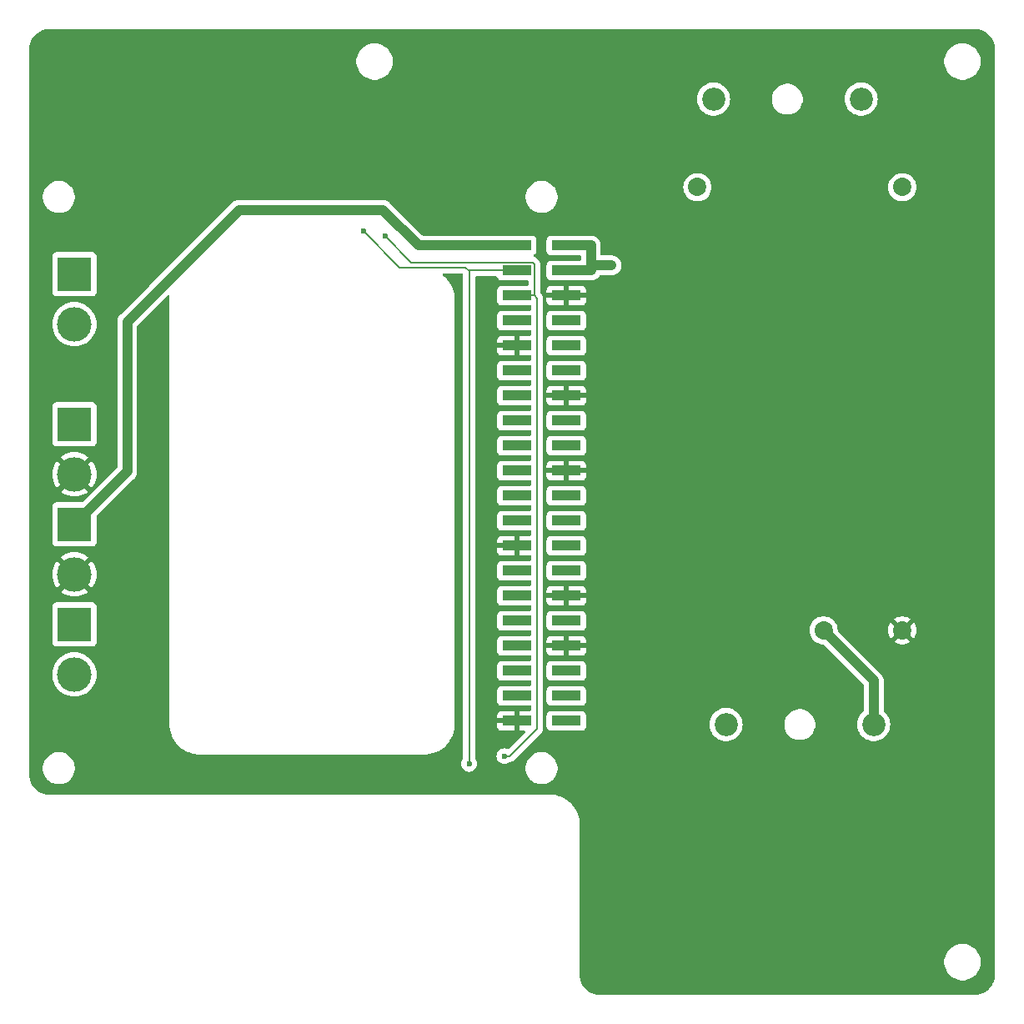
<source format=gbr>
%TF.GenerationSoftware,KiCad,Pcbnew,8.0.3-8.0.3-0~ubuntu22.04.1*%
%TF.CreationDate,2024-06-26T17:13:49+03:00*%
%TF.ProjectId,PM-CPU-RP,504d2d43-5055-42d5-9250-2e6b69636164,rev?*%
%TF.SameCoordinates,Original*%
%TF.FileFunction,Copper,L2,Bot*%
%TF.FilePolarity,Positive*%
%FSLAX46Y46*%
G04 Gerber Fmt 4.6, Leading zero omitted, Abs format (unit mm)*
G04 Created by KiCad (PCBNEW 8.0.3-8.0.3-0~ubuntu22.04.1) date 2024-06-26 17:13:49*
%MOMM*%
%LPD*%
G01*
G04 APERTURE LIST*
%TA.AperFunction,ComponentPad*%
%ADD10R,3.500000X3.500000*%
%TD*%
%TA.AperFunction,ComponentPad*%
%ADD11C,3.500000*%
%TD*%
%TA.AperFunction,SMDPad,CuDef*%
%ADD12R,3.000000X1.000000*%
%TD*%
%TA.AperFunction,ComponentPad*%
%ADD13C,2.350000*%
%TD*%
%TA.AperFunction,ComponentPad*%
%ADD14C,1.860000*%
%TD*%
%TA.AperFunction,ViaPad*%
%ADD15C,1.000000*%
%TD*%
%TA.AperFunction,ViaPad*%
%ADD16C,0.600000*%
%TD*%
%TA.AperFunction,Conductor*%
%ADD17C,1.000000*%
%TD*%
%TA.AperFunction,Conductor*%
%ADD18C,0.200000*%
%TD*%
G04 APERTURE END LIST*
D10*
%TO.P,J8,1,Pin_1*%
%TO.N,/SDA*%
X106680000Y-111760000D03*
D11*
%TO.P,J8,2,Pin_2*%
%TO.N,/SCL*%
X106680000Y-116840000D03*
%TD*%
D10*
%TO.P,J6,1,Pin_1*%
%TO.N,/3V3*%
X106680000Y-101600000D03*
D11*
%TO.P,J6,2,Pin_2*%
%TO.N,GND*%
X106680000Y-106680000D03*
%TD*%
D10*
%TO.P,J4,1,Pin_1*%
%TO.N,/5V*%
X106680000Y-91440000D03*
D11*
%TO.P,J4,2,Pin_2*%
%TO.N,GND*%
X106680000Y-96520000D03*
%TD*%
D10*
%TO.P,J1,1,Pin_1*%
%TO.N,/L*%
X106680000Y-76200000D03*
D11*
%TO.P,J1,2,Pin_2*%
%TO.N,/N*%
X106680000Y-81280000D03*
%TD*%
D12*
%TO.P,D1,1,3V3*%
%TO.N,/3V3*%
X151580000Y-73290000D03*
%TO.P,D1,2,5V*%
%TO.N,/5V*%
X156620000Y-73290000D03*
%TO.P,D1,3,GPIO2/I2C_SDA*%
%TO.N,/SDA*%
X151580000Y-75830000D03*
%TO.P,D1,4,5V*%
%TO.N,/5V*%
X156620000Y-75830000D03*
%TO.P,D1,5,GPIO3/I2C_SCL*%
%TO.N,/SCL*%
X151580000Y-78370000D03*
%TO.P,D1,6,GND*%
%TO.N,GND*%
X156620000Y-78370000D03*
%TO.P,D1,7,GPIO4/GPCLK0*%
%TO.N,unconnected-(D1-GPIO4{slash}GPCLK0-Pad7)*%
X151580000Y-80910000D03*
%TO.P,D1,8,GPIO14/UART_TX*%
%TO.N,unconnected-(D1-GPIO14{slash}UART_TX-Pad8)*%
X156620000Y-80910000D03*
%TO.P,D1,9,GND*%
%TO.N,GND*%
X151580000Y-83450000D03*
%TO.P,D1,10,GPIO15/UART_RX*%
%TO.N,unconnected-(D1-GPIO15{slash}UART_RX-Pad10)*%
X156620000Y-83450000D03*
%TO.P,D1,11,GPIO17*%
%TO.N,unconnected-(D1-GPIO17-Pad11)*%
X151580000Y-85990000D03*
%TO.P,D1,12,GPIO18/PCM_CLK*%
%TO.N,unconnected-(D1-GPIO18{slash}PCM_CLK-Pad12)*%
X156620000Y-85990000D03*
%TO.P,D1,13,GPIO27*%
%TO.N,unconnected-(D1-GPIO27-Pad13)*%
X151580000Y-88530000D03*
%TO.P,D1,14,GND*%
%TO.N,GND*%
X156620000Y-88530000D03*
%TO.P,D1,15,GPIO22*%
%TO.N,unconnected-(D1-GPIO22-Pad15)*%
X151580000Y-91070000D03*
%TO.P,D1,16,GPIO23*%
%TO.N,unconnected-(D1-GPIO23-Pad16)*%
X156620000Y-91070000D03*
%TO.P,D1,17,3V3*%
%TO.N,unconnected-(D1-3V3-Pad17)*%
X151580000Y-93610000D03*
%TO.P,D1,18,GPIO24*%
%TO.N,unconnected-(D1-GPIO24-Pad18)*%
X156620000Y-93610000D03*
%TO.P,D1,19,GPIO10/SPI_MOSI*%
%TO.N,unconnected-(D1-GPIO10{slash}SPI_MOSI-Pad19)*%
X151580000Y-96150000D03*
%TO.P,D1,20,GND*%
%TO.N,GND*%
X156620000Y-96150000D03*
%TO.P,D1,21,GPIO9/SPI_MISO*%
%TO.N,unconnected-(D1-GPIO9{slash}SPI_MISO-Pad21)*%
X151580000Y-98690000D03*
%TO.P,D1,22,GPIO25*%
%TO.N,unconnected-(D1-GPIO25-Pad22)*%
X156620000Y-98690000D03*
%TO.P,D1,23,GPIO11/SPI_SCLK*%
%TO.N,unconnected-(D1-GPIO11{slash}SPI_SCLK-Pad23)*%
X151580000Y-101230000D03*
%TO.P,D1,24,GPIO8/SPI_CE0*%
%TO.N,unconnected-(D1-GPIO8{slash}SPI_CE0-Pad24)*%
X156620000Y-101230000D03*
%TO.P,D1,25,GND*%
%TO.N,GND*%
X151580000Y-103770000D03*
%TO.P,D1,26,GPIO7/SPI_CE1*%
%TO.N,unconnected-(D1-GPIO7{slash}SPI_CE1-Pad26)*%
X156620000Y-103770000D03*
%TO.P,D1,27,GPIO0/EEPROM_SDA*%
%TO.N,unconnected-(D1-GPIO0{slash}EEPROM_SDA-Pad27)*%
X151580000Y-106310000D03*
%TO.P,D1,28,GPIO0/EEPROM_SCL*%
%TO.N,unconnected-(D1-GPIO0{slash}EEPROM_SCL-Pad28)*%
X156620000Y-106310000D03*
%TO.P,D1,29,GPIO5*%
%TO.N,unconnected-(D1-GPIO5-Pad29)*%
X151580000Y-108850000D03*
%TO.P,D1,30,GND*%
%TO.N,GND*%
X156620000Y-108850000D03*
%TO.P,D1,31,GPIO6*%
%TO.N,unconnected-(D1-GPIO6-Pad31)*%
X151580000Y-111390000D03*
%TO.P,D1,32,GPIO12/PWM0*%
%TO.N,unconnected-(D1-GPIO12{slash}PWM0-Pad32)*%
X156620000Y-111390000D03*
%TO.P,D1,33,GPIO13/PWM1*%
%TO.N,unconnected-(D1-GPIO13{slash}PWM1-Pad33)*%
X151580000Y-113930000D03*
%TO.P,D1,34,GND*%
%TO.N,GND*%
X156620000Y-113930000D03*
%TO.P,D1,35,GPIO19/PCM_FS*%
%TO.N,unconnected-(D1-GPIO19{slash}PCM_FS-Pad35)*%
X151580000Y-116470000D03*
%TO.P,D1,36,GPIO16*%
%TO.N,unconnected-(D1-GPIO16-Pad36)*%
X156620000Y-116470000D03*
%TO.P,D1,37,GPIO26*%
%TO.N,unconnected-(D1-GPIO26-Pad37)*%
X151580000Y-119010000D03*
%TO.P,D1,38,GPIO20/PCM_DIN*%
%TO.N,unconnected-(D1-GPIO20{slash}PCM_DIN-Pad38)*%
X156620000Y-119010000D03*
%TO.P,D1,39,GND*%
%TO.N,GND*%
X151580000Y-121550000D03*
%TO.P,D1,40,GPIO20/PCM_DOUT*%
%TO.N,unconnected-(D1-GPIO20{slash}PCM_DOUT-Pad40)*%
X156620000Y-121550000D03*
%TD*%
D13*
%TO.P,U2,1,1*%
%TO.N,Net-(PS1-PadAC{slash}L)*%
X186570000Y-58420000D03*
%TO.P,U2,2,2*%
%TO.N,/L*%
X171570000Y-58420000D03*
%TD*%
D14*
%TO.P,PS1,+V,+V*%
%TO.N,Net-(PS1-Pad+V)*%
X182740000Y-112370000D03*
%TO.P,PS1,-V,-V*%
%TO.N,GND*%
X190740000Y-112370000D03*
%TO.P,PS1,AC/L,AC/L*%
%TO.N,Net-(PS1-PadAC{slash}L)*%
X169940000Y-67370000D03*
%TO.P,PS1,AC/N,AC/N*%
%TO.N,/N*%
X190740000Y-67370000D03*
%TD*%
D13*
%TO.P,U1,1,1*%
%TO.N,/5V*%
X172840000Y-121920000D03*
%TO.P,U1,2,2*%
%TO.N,Net-(PS1-Pad+V)*%
X187840000Y-121920000D03*
%TD*%
D15*
%TO.N,/5V*%
X161219200Y-75305500D03*
%TO.N,GND*%
X176043500Y-139954200D03*
X190544800Y-139741700D03*
%TO.N,/3V3*%
X137993800Y-69673700D03*
D16*
%TO.N,/SCL*%
X138223700Y-72363300D03*
X150333300Y-125144200D03*
%TO.N,/SDA*%
X136015000Y-71838500D03*
X146752300Y-125924100D03*
%TD*%
D17*
%TO.N,/5V*%
X161219200Y-75305500D02*
X159121700Y-75305500D01*
X156620000Y-73290000D02*
X159121700Y-73290000D01*
X159121700Y-75830000D02*
X159121700Y-75305500D01*
X159121700Y-75305500D02*
X159121700Y-73290000D01*
X156620000Y-75830000D02*
X159121700Y-75830000D01*
%TO.N,/3V3*%
X112049300Y-81031400D02*
X112049300Y-96230700D01*
X141610100Y-73290000D02*
X137993800Y-69673700D01*
X123407000Y-69673700D02*
X112049300Y-81031400D01*
X137993800Y-69673700D02*
X123407000Y-69673700D01*
X151580000Y-73290000D02*
X141610100Y-73290000D01*
X112049300Y-96230700D02*
X106680000Y-101600000D01*
D18*
%TO.N,/SCL*%
X153681700Y-122328900D02*
X153681700Y-78670000D01*
X140888700Y-75028300D02*
X138223700Y-72363300D01*
X150333300Y-125144200D02*
X150866400Y-125144200D01*
X150866400Y-125144200D02*
X153681700Y-122328900D01*
X151580000Y-78370000D02*
X153381700Y-78370000D01*
X153209800Y-75028300D02*
X140888700Y-75028300D01*
X153381700Y-78370000D02*
X153381700Y-75200200D01*
X153381700Y-75200200D02*
X153209800Y-75028300D01*
X153681700Y-78670000D02*
X153381700Y-78370000D01*
%TO.N,/SDA*%
X146374900Y-75522600D02*
X146752300Y-75900000D01*
X146822300Y-75830000D02*
X151580000Y-75830000D01*
X139699100Y-75522600D02*
X146374900Y-75522600D01*
X136015000Y-71838500D02*
X139699100Y-75522600D01*
X146752300Y-75900000D02*
X146822300Y-75830000D01*
X146752300Y-125924100D02*
X146752300Y-75900000D01*
D17*
%TO.N,Net-(PS1-Pad+V)*%
X187840000Y-117470000D02*
X182740000Y-112370000D01*
X187840000Y-121920000D02*
X187840000Y-117470000D01*
%TD*%
%TA.AperFunction,Conductor*%
%TO.N,GND*%
G36*
X198124042Y-51300765D02*
G01*
X198146774Y-51302254D01*
X198378114Y-51317417D01*
X198394172Y-51319532D01*
X198639888Y-51368408D01*
X198655554Y-51372606D01*
X198806736Y-51423925D01*
X198892788Y-51453136D01*
X198907765Y-51459339D01*
X199125336Y-51566633D01*
X199132460Y-51570146D01*
X199146508Y-51578256D01*
X199354815Y-51717443D01*
X199367679Y-51727314D01*
X199556033Y-51892497D01*
X199567502Y-51903966D01*
X199732685Y-52092320D01*
X199742559Y-52105188D01*
X199881743Y-52313492D01*
X199889853Y-52327539D01*
X200000657Y-52552227D01*
X200006864Y-52567213D01*
X200087393Y-52804445D01*
X200091591Y-52820111D01*
X200140465Y-53065813D01*
X200142583Y-53081895D01*
X200159235Y-53335956D01*
X200159500Y-53344066D01*
X200159500Y-147315933D01*
X200159235Y-147324043D01*
X200142583Y-147578104D01*
X200140465Y-147594186D01*
X200091591Y-147839888D01*
X200087393Y-147855554D01*
X200006864Y-148092786D01*
X200000657Y-148107772D01*
X199889853Y-148332460D01*
X199881743Y-148346507D01*
X199742559Y-148554811D01*
X199732685Y-148567679D01*
X199567502Y-148756033D01*
X199556033Y-148767502D01*
X199367679Y-148932685D01*
X199354811Y-148942559D01*
X199146507Y-149081743D01*
X199132460Y-149089853D01*
X198907772Y-149200657D01*
X198892786Y-149206864D01*
X198655554Y-149287393D01*
X198639888Y-149291591D01*
X198394186Y-149340465D01*
X198378104Y-149342583D01*
X198124043Y-149359235D01*
X198115933Y-149359500D01*
X160024067Y-149359500D01*
X160015957Y-149359235D01*
X159761895Y-149342583D01*
X159745814Y-149340465D01*
X159710770Y-149333494D01*
X159500111Y-149291591D01*
X159484445Y-149287393D01*
X159247213Y-149206864D01*
X159232227Y-149200657D01*
X159007539Y-149089853D01*
X158993492Y-149081743D01*
X158785188Y-148942559D01*
X158772320Y-148932685D01*
X158583966Y-148767502D01*
X158572497Y-148756033D01*
X158407314Y-148567679D01*
X158397440Y-148554811D01*
X158258256Y-148346507D01*
X158250146Y-148332460D01*
X158139464Y-148108019D01*
X158139339Y-148107765D01*
X158133135Y-148092786D01*
X158052606Y-147855554D01*
X158048408Y-147839888D01*
X158041678Y-147806054D01*
X157999532Y-147594172D01*
X157997417Y-147578114D01*
X157980765Y-147324042D01*
X157980500Y-147315933D01*
X157980500Y-145928711D01*
X194999500Y-145928711D01*
X194999500Y-146171288D01*
X195031161Y-146411785D01*
X195093947Y-146646104D01*
X195186773Y-146870205D01*
X195186776Y-146870212D01*
X195308064Y-147080289D01*
X195308066Y-147080292D01*
X195308067Y-147080293D01*
X195455733Y-147272736D01*
X195455739Y-147272743D01*
X195627256Y-147444260D01*
X195627263Y-147444266D01*
X195740321Y-147531018D01*
X195819711Y-147591936D01*
X196029788Y-147713224D01*
X196253900Y-147806054D01*
X196488211Y-147868838D01*
X196668586Y-147892584D01*
X196728711Y-147900500D01*
X196728712Y-147900500D01*
X196971289Y-147900500D01*
X197019388Y-147894167D01*
X197211789Y-147868838D01*
X197446100Y-147806054D01*
X197670212Y-147713224D01*
X197880289Y-147591936D01*
X198072738Y-147444265D01*
X198244265Y-147272738D01*
X198391936Y-147080289D01*
X198513224Y-146870212D01*
X198606054Y-146646100D01*
X198668838Y-146411789D01*
X198700500Y-146171288D01*
X198700500Y-145928712D01*
X198668838Y-145688211D01*
X198606054Y-145453900D01*
X198513224Y-145229788D01*
X198391936Y-145019711D01*
X198244265Y-144827262D01*
X198244260Y-144827256D01*
X198072743Y-144655739D01*
X198072736Y-144655733D01*
X197880293Y-144508067D01*
X197880292Y-144508066D01*
X197880289Y-144508064D01*
X197670212Y-144386776D01*
X197670205Y-144386773D01*
X197446104Y-144293947D01*
X197211785Y-144231161D01*
X196971289Y-144199500D01*
X196971288Y-144199500D01*
X196728712Y-144199500D01*
X196728711Y-144199500D01*
X196488214Y-144231161D01*
X196253895Y-144293947D01*
X196029794Y-144386773D01*
X196029785Y-144386777D01*
X195819706Y-144508067D01*
X195627263Y-144655733D01*
X195627256Y-144655739D01*
X195455739Y-144827256D01*
X195455733Y-144827263D01*
X195308067Y-145019706D01*
X195186777Y-145229785D01*
X195186773Y-145229794D01*
X195093947Y-145453895D01*
X195031161Y-145688214D01*
X194999500Y-145928711D01*
X157980500Y-145928711D01*
X157980500Y-131920657D01*
X157969268Y-131813792D01*
X157947188Y-131603708D01*
X157880928Y-131291981D01*
X157782447Y-130988887D01*
X157652824Y-130697747D01*
X157493479Y-130421753D01*
X157493479Y-130421752D01*
X157306148Y-130163916D01*
X157194275Y-130039670D01*
X157092909Y-129927091D01*
X156991541Y-129835819D01*
X156856083Y-129713851D01*
X156854669Y-129712824D01*
X156635350Y-129553478D01*
X156598246Y-129526520D01*
X156322262Y-129367181D01*
X156322257Y-129367178D01*
X156322253Y-129367176D01*
X156031113Y-129237553D01*
X156031108Y-129237551D01*
X156031105Y-129237550D01*
X155857710Y-129181211D01*
X155728019Y-129139072D01*
X155728016Y-129139071D01*
X155728015Y-129139071D01*
X155728014Y-129139070D01*
X155459245Y-129081942D01*
X155416295Y-129072812D01*
X155280458Y-129058535D01*
X155099346Y-129039500D01*
X155099342Y-129039500D01*
X104144067Y-129039500D01*
X104135957Y-129039235D01*
X103881895Y-129022583D01*
X103865814Y-129020465D01*
X103830770Y-129013494D01*
X103620111Y-128971591D01*
X103604445Y-128967393D01*
X103367213Y-128886864D01*
X103352227Y-128880657D01*
X103127539Y-128769853D01*
X103113492Y-128761743D01*
X102905188Y-128622559D01*
X102892320Y-128612685D01*
X102703966Y-128447502D01*
X102692497Y-128436033D01*
X102527314Y-128247679D01*
X102517440Y-128234811D01*
X102378256Y-128026507D01*
X102370146Y-128012460D01*
X102259464Y-127788019D01*
X102259339Y-127787765D01*
X102253135Y-127772786D01*
X102172606Y-127535554D01*
X102168408Y-127519888D01*
X102159736Y-127476292D01*
X102119532Y-127274172D01*
X102117417Y-127258114D01*
X102100765Y-127004042D01*
X102100500Y-126995933D01*
X102100500Y-126232070D01*
X103474500Y-126232070D01*
X103474500Y-126487929D01*
X103514526Y-126740640D01*
X103593588Y-126983972D01*
X103593589Y-126983975D01*
X103709750Y-127211950D01*
X103860132Y-127418935D01*
X103860136Y-127418940D01*
X104041059Y-127599863D01*
X104041064Y-127599867D01*
X104221607Y-127731038D01*
X104248053Y-127750252D01*
X104397080Y-127826185D01*
X104476024Y-127866410D01*
X104476027Y-127866411D01*
X104597693Y-127905942D01*
X104719361Y-127945474D01*
X104972070Y-127985500D01*
X104972071Y-127985500D01*
X105227929Y-127985500D01*
X105227930Y-127985500D01*
X105480639Y-127945474D01*
X105723975Y-127866410D01*
X105951947Y-127750252D01*
X106158942Y-127599862D01*
X106339862Y-127418942D01*
X106490252Y-127211947D01*
X106606410Y-126983975D01*
X106685474Y-126740639D01*
X106725500Y-126487930D01*
X106725500Y-126232070D01*
X106685474Y-125979361D01*
X106618754Y-125774015D01*
X106606411Y-125736027D01*
X106606410Y-125736024D01*
X106549697Y-125624720D01*
X106490252Y-125508053D01*
X106471038Y-125481607D01*
X106339867Y-125301064D01*
X106339863Y-125301059D01*
X106158940Y-125120136D01*
X106158935Y-125120132D01*
X105951950Y-124969750D01*
X105951949Y-124969749D01*
X105951947Y-124969748D01*
X105868415Y-124927186D01*
X105723975Y-124853589D01*
X105723972Y-124853588D01*
X105480640Y-124774526D01*
X105354284Y-124754513D01*
X105227930Y-124734500D01*
X104972070Y-124734500D01*
X104887833Y-124747842D01*
X104719359Y-124774526D01*
X104476027Y-124853588D01*
X104476024Y-124853589D01*
X104248049Y-124969750D01*
X104041064Y-125120132D01*
X104041059Y-125120136D01*
X103860136Y-125301059D01*
X103860132Y-125301064D01*
X103709750Y-125508049D01*
X103593589Y-125736024D01*
X103593588Y-125736027D01*
X103514526Y-125979359D01*
X103474500Y-126232070D01*
X102100500Y-126232070D01*
X102100500Y-116839992D01*
X104424671Y-116839992D01*
X104424671Y-116840007D01*
X104443964Y-117134363D01*
X104443965Y-117134373D01*
X104443966Y-117134380D01*
X104491123Y-117371459D01*
X104501518Y-117423716D01*
X104501521Y-117423730D01*
X104596349Y-117703080D01*
X104726825Y-117967660D01*
X104726829Y-117967667D01*
X104890725Y-118212955D01*
X105085241Y-118434758D01*
X105307043Y-118629273D01*
X105552335Y-118793172D01*
X105816923Y-118923652D01*
X106096278Y-119018481D01*
X106385620Y-119076034D01*
X106413888Y-119077886D01*
X106679993Y-119095329D01*
X106680000Y-119095329D01*
X106680007Y-119095329D01*
X106915675Y-119079881D01*
X106974380Y-119076034D01*
X107263722Y-119018481D01*
X107543077Y-118923652D01*
X107807665Y-118793172D01*
X108052957Y-118629273D01*
X108274758Y-118434758D01*
X108469273Y-118212957D01*
X108633172Y-117967665D01*
X108763652Y-117703077D01*
X108858481Y-117423722D01*
X108916034Y-117134380D01*
X108923670Y-117017876D01*
X108935329Y-116840007D01*
X108935329Y-116839992D01*
X108916035Y-116545636D01*
X108916034Y-116545620D01*
X108858481Y-116256278D01*
X108763652Y-115976923D01*
X108633172Y-115712336D01*
X108469273Y-115467043D01*
X108421474Y-115412539D01*
X108274758Y-115245241D01*
X108052955Y-115050725D01*
X107807667Y-114886829D01*
X107807660Y-114886825D01*
X107543080Y-114756349D01*
X107263730Y-114661521D01*
X107263724Y-114661519D01*
X107263722Y-114661519D01*
X106974380Y-114603966D01*
X106974373Y-114603965D01*
X106974363Y-114603964D01*
X106680007Y-114584671D01*
X106679993Y-114584671D01*
X106385636Y-114603964D01*
X106385624Y-114603965D01*
X106385620Y-114603966D01*
X106385612Y-114603967D01*
X106385609Y-114603968D01*
X106096283Y-114661518D01*
X106096269Y-114661521D01*
X105816919Y-114756349D01*
X105552334Y-114886828D01*
X105307041Y-115050728D01*
X105085241Y-115245241D01*
X104890728Y-115467041D01*
X104726828Y-115712334D01*
X104596349Y-115976919D01*
X104501521Y-116256269D01*
X104501518Y-116256283D01*
X104443968Y-116545609D01*
X104443964Y-116545636D01*
X104424671Y-116839992D01*
X102100500Y-116839992D01*
X102100500Y-109962135D01*
X104429500Y-109962135D01*
X104429500Y-113557870D01*
X104429501Y-113557876D01*
X104435908Y-113617483D01*
X104486202Y-113752328D01*
X104486206Y-113752335D01*
X104572452Y-113867544D01*
X104572455Y-113867547D01*
X104687664Y-113953793D01*
X104687671Y-113953797D01*
X104822517Y-114004091D01*
X104822516Y-114004091D01*
X104829444Y-114004835D01*
X104882127Y-114010500D01*
X108477872Y-114010499D01*
X108537483Y-114004091D01*
X108672331Y-113953796D01*
X108787546Y-113867546D01*
X108873796Y-113752331D01*
X108924091Y-113617483D01*
X108930500Y-113557873D01*
X108930499Y-109962128D01*
X108924091Y-109902517D01*
X108904689Y-109850498D01*
X108873797Y-109767671D01*
X108873793Y-109767664D01*
X108787547Y-109652455D01*
X108787544Y-109652452D01*
X108672335Y-109566206D01*
X108672328Y-109566202D01*
X108537482Y-109515908D01*
X108537483Y-109515908D01*
X108477883Y-109509501D01*
X108477881Y-109509500D01*
X108477873Y-109509500D01*
X108477864Y-109509500D01*
X104882129Y-109509500D01*
X104882123Y-109509501D01*
X104822516Y-109515908D01*
X104687671Y-109566202D01*
X104687664Y-109566206D01*
X104572455Y-109652452D01*
X104572452Y-109652455D01*
X104486206Y-109767664D01*
X104486202Y-109767671D01*
X104435908Y-109902517D01*
X104429501Y-109962116D01*
X104429501Y-109962123D01*
X104429500Y-109962135D01*
X102100500Y-109962135D01*
X102100500Y-106680000D01*
X104425172Y-106680000D01*
X104444462Y-106974312D01*
X104444464Y-106974324D01*
X104502001Y-107263584D01*
X104502005Y-107263599D01*
X104596812Y-107542888D01*
X104727258Y-107807406D01*
X104727265Y-107807419D01*
X104891123Y-108052649D01*
X104920405Y-108086040D01*
X105925884Y-107080561D01*
X105926740Y-107082626D01*
X106019762Y-107221844D01*
X106138156Y-107340238D01*
X106277374Y-107433260D01*
X106279437Y-107434114D01*
X105273958Y-108439593D01*
X105307350Y-108468876D01*
X105552580Y-108632734D01*
X105552593Y-108632741D01*
X105817111Y-108763187D01*
X106096400Y-108857994D01*
X106096415Y-108857998D01*
X106385675Y-108915535D01*
X106385687Y-108915537D01*
X106680000Y-108934827D01*
X106974312Y-108915537D01*
X106974324Y-108915535D01*
X107263584Y-108857998D01*
X107263599Y-108857994D01*
X107542888Y-108763187D01*
X107807406Y-108632741D01*
X107807419Y-108632734D01*
X108052648Y-108468877D01*
X108086039Y-108439593D01*
X107080562Y-107434114D01*
X107082626Y-107433260D01*
X107221844Y-107340238D01*
X107340238Y-107221844D01*
X107433260Y-107082626D01*
X107434115Y-107080561D01*
X108439593Y-108086039D01*
X108468877Y-108052648D01*
X108632734Y-107807419D01*
X108632741Y-107807406D01*
X108763187Y-107542888D01*
X108857994Y-107263599D01*
X108857998Y-107263584D01*
X108915535Y-106974324D01*
X108915537Y-106974312D01*
X108934827Y-106680000D01*
X108915537Y-106385687D01*
X108915535Y-106385675D01*
X108857998Y-106096415D01*
X108857994Y-106096400D01*
X108763187Y-105817111D01*
X108632741Y-105552593D01*
X108632734Y-105552580D01*
X108468876Y-105307350D01*
X108439593Y-105273958D01*
X107434114Y-106279437D01*
X107433260Y-106277374D01*
X107340238Y-106138156D01*
X107221844Y-106019762D01*
X107082626Y-105926740D01*
X107080561Y-105925884D01*
X108086040Y-104920405D01*
X108052649Y-104891123D01*
X107807419Y-104727265D01*
X107807406Y-104727258D01*
X107542888Y-104596812D01*
X107263599Y-104502005D01*
X107263584Y-104502001D01*
X106974324Y-104444464D01*
X106974312Y-104444462D01*
X106680000Y-104425172D01*
X106385687Y-104444462D01*
X106385675Y-104444464D01*
X106096415Y-104502001D01*
X106096400Y-104502005D01*
X105817111Y-104596812D01*
X105552593Y-104727258D01*
X105552580Y-104727265D01*
X105307346Y-104891126D01*
X105307339Y-104891131D01*
X105273959Y-104920403D01*
X105273959Y-104920405D01*
X106279438Y-105925884D01*
X106277374Y-105926740D01*
X106138156Y-106019762D01*
X106019762Y-106138156D01*
X105926740Y-106277374D01*
X105925884Y-106279438D01*
X104920405Y-105273959D01*
X104920403Y-105273959D01*
X104891131Y-105307339D01*
X104891126Y-105307346D01*
X104727265Y-105552580D01*
X104727258Y-105552593D01*
X104596812Y-105817111D01*
X104502005Y-106096400D01*
X104502001Y-106096415D01*
X104444464Y-106385675D01*
X104444462Y-106385687D01*
X104425172Y-106680000D01*
X102100500Y-106680000D01*
X102100500Y-99802135D01*
X104429500Y-99802135D01*
X104429500Y-103397870D01*
X104429501Y-103397876D01*
X104435908Y-103457483D01*
X104486202Y-103592328D01*
X104486206Y-103592335D01*
X104572452Y-103707544D01*
X104572455Y-103707547D01*
X104687664Y-103793793D01*
X104687671Y-103793797D01*
X104822517Y-103844091D01*
X104822516Y-103844091D01*
X104829444Y-103844835D01*
X104882127Y-103850500D01*
X108477872Y-103850499D01*
X108537483Y-103844091D01*
X108672331Y-103793796D01*
X108787546Y-103707546D01*
X108873796Y-103592331D01*
X108924091Y-103457483D01*
X108930500Y-103397873D01*
X108930499Y-100815780D01*
X108950184Y-100748742D01*
X108966813Y-100728105D01*
X112687078Y-97007841D01*
X112687082Y-97007839D01*
X112826439Y-96868482D01*
X112935932Y-96704614D01*
X112938726Y-96697870D01*
X113011349Y-96522539D01*
X113011351Y-96522535D01*
X113049800Y-96329241D01*
X113049800Y-81497181D01*
X113069485Y-81430142D01*
X113086114Y-81409505D01*
X116141759Y-78353859D01*
X116203080Y-78320376D01*
X116272772Y-78325360D01*
X116328705Y-78367232D01*
X116353122Y-78432696D01*
X116352759Y-78454501D01*
X116339500Y-78580654D01*
X116339500Y-78674108D01*
X116339500Y-121854108D01*
X116339500Y-121920000D01*
X116339500Y-122079346D01*
X116349072Y-122170419D01*
X116372812Y-122396295D01*
X116376841Y-122415247D01*
X116439070Y-122708014D01*
X116439071Y-122708015D01*
X116439072Y-122708019D01*
X116537553Y-123011113D01*
X116586799Y-123121721D01*
X116667178Y-123302257D01*
X116667181Y-123302262D01*
X116826520Y-123578246D01*
X116826520Y-123578247D01*
X117013851Y-123836083D01*
X117109267Y-123942052D01*
X117227091Y-124072909D01*
X117339670Y-124174275D01*
X117463916Y-124286148D01*
X117463922Y-124286152D01*
X117463925Y-124286155D01*
X117563953Y-124358830D01*
X117721753Y-124473479D01*
X117792603Y-124514384D01*
X117997747Y-124632824D01*
X118288887Y-124762447D01*
X118591981Y-124860928D01*
X118591984Y-124860928D01*
X118591985Y-124860929D01*
X118634934Y-124870058D01*
X118903708Y-124927188D01*
X119220654Y-124960500D01*
X119220658Y-124960500D01*
X142399342Y-124960500D01*
X142399346Y-124960500D01*
X142716292Y-124927188D01*
X143028019Y-124860928D01*
X143331113Y-124762447D01*
X143622253Y-124632824D01*
X143898246Y-124473479D01*
X143898247Y-124473479D01*
X143988007Y-124408264D01*
X144156075Y-124286155D01*
X144392909Y-124072909D01*
X144606155Y-123836075D01*
X144780944Y-123595500D01*
X144793479Y-123578247D01*
X144793479Y-123578246D01*
X144952824Y-123302253D01*
X145082447Y-123011113D01*
X145180928Y-122708019D01*
X145247188Y-122396292D01*
X145280500Y-122079346D01*
X145280500Y-121920000D01*
X145280500Y-121854108D01*
X145280500Y-78674108D01*
X145280500Y-78580654D01*
X145247188Y-78263708D01*
X145180928Y-77951981D01*
X145082447Y-77648887D01*
X144952824Y-77357747D01*
X144793479Y-77081753D01*
X144793479Y-77081752D01*
X144610931Y-76830499D01*
X144606155Y-76823925D01*
X144606152Y-76823922D01*
X144606148Y-76823916D01*
X144483357Y-76687544D01*
X144392909Y-76587091D01*
X144260402Y-76467781D01*
X144156083Y-76373851D01*
X144138545Y-76361109D01*
X144119698Y-76347415D01*
X144077035Y-76292088D01*
X144071056Y-76222475D01*
X144103662Y-76160680D01*
X144164501Y-76126322D01*
X144192586Y-76123100D01*
X146027800Y-76123100D01*
X146094839Y-76142785D01*
X146140594Y-76195589D01*
X146151800Y-76247100D01*
X146151800Y-125341687D01*
X146132115Y-125408726D01*
X146124750Y-125418996D01*
X146122486Y-125421834D01*
X146026511Y-125574576D01*
X145966931Y-125744845D01*
X145966930Y-125744850D01*
X145946735Y-125924096D01*
X145946735Y-125924103D01*
X145966930Y-126103349D01*
X145966931Y-126103354D01*
X146026511Y-126273623D01*
X146122484Y-126426362D01*
X146250038Y-126553916D01*
X146402778Y-126649889D01*
X146573045Y-126709468D01*
X146573050Y-126709469D01*
X146752296Y-126729665D01*
X146752300Y-126729665D01*
X146752304Y-126729665D01*
X146931549Y-126709469D01*
X146931552Y-126709468D01*
X146931555Y-126709468D01*
X147101822Y-126649889D01*
X147254562Y-126553916D01*
X147382116Y-126426362D01*
X147478089Y-126273622D01*
X147492629Y-126232070D01*
X152474500Y-126232070D01*
X152474500Y-126487929D01*
X152514526Y-126740640D01*
X152593588Y-126983972D01*
X152593589Y-126983975D01*
X152709750Y-127211950D01*
X152860132Y-127418935D01*
X152860136Y-127418940D01*
X153041059Y-127599863D01*
X153041064Y-127599867D01*
X153221607Y-127731038D01*
X153248053Y-127750252D01*
X153397080Y-127826185D01*
X153476024Y-127866410D01*
X153476027Y-127866411D01*
X153597693Y-127905942D01*
X153719361Y-127945474D01*
X153972070Y-127985500D01*
X153972071Y-127985500D01*
X154227929Y-127985500D01*
X154227930Y-127985500D01*
X154480639Y-127945474D01*
X154723975Y-127866410D01*
X154951947Y-127750252D01*
X155158942Y-127599862D01*
X155339862Y-127418942D01*
X155490252Y-127211947D01*
X155606410Y-126983975D01*
X155685474Y-126740639D01*
X155725500Y-126487930D01*
X155725500Y-126232070D01*
X155685474Y-125979361D01*
X155618754Y-125774015D01*
X155606411Y-125736027D01*
X155606410Y-125736024D01*
X155549697Y-125624720D01*
X155490252Y-125508053D01*
X155471038Y-125481607D01*
X155339867Y-125301064D01*
X155339863Y-125301059D01*
X155158940Y-125120136D01*
X155158935Y-125120132D01*
X154951950Y-124969750D01*
X154951949Y-124969749D01*
X154951947Y-124969748D01*
X154868415Y-124927186D01*
X154723975Y-124853589D01*
X154723972Y-124853588D01*
X154480640Y-124774526D01*
X154354284Y-124754513D01*
X154227930Y-124734500D01*
X153972070Y-124734500D01*
X153887833Y-124747842D01*
X153719359Y-124774526D01*
X153476027Y-124853588D01*
X153476024Y-124853589D01*
X153248049Y-124969750D01*
X153041064Y-125120132D01*
X153041059Y-125120136D01*
X152860136Y-125301059D01*
X152860132Y-125301064D01*
X152709750Y-125508049D01*
X152593589Y-125736024D01*
X152593588Y-125736027D01*
X152514526Y-125979359D01*
X152474500Y-126232070D01*
X147492629Y-126232070D01*
X147537668Y-126103355D01*
X147551639Y-125979359D01*
X147557865Y-125924103D01*
X147557865Y-125924096D01*
X147537669Y-125744850D01*
X147537668Y-125744845D01*
X147478088Y-125574576D01*
X147439342Y-125512913D01*
X147382116Y-125421838D01*
X147382114Y-125421836D01*
X147382113Y-125421834D01*
X147379850Y-125418996D01*
X147378959Y-125416815D01*
X147378411Y-125415942D01*
X147378564Y-125415845D01*
X147353444Y-125354309D01*
X147352800Y-125341687D01*
X147352800Y-122097844D01*
X149580000Y-122097844D01*
X149586401Y-122157372D01*
X149586403Y-122157379D01*
X149636645Y-122292086D01*
X149636649Y-122292093D01*
X149722809Y-122407187D01*
X149722812Y-122407190D01*
X149837906Y-122493350D01*
X149837913Y-122493354D01*
X149972620Y-122543596D01*
X149972627Y-122543598D01*
X150032155Y-122549999D01*
X150032172Y-122550000D01*
X151330000Y-122550000D01*
X151330000Y-121800000D01*
X149580000Y-121800000D01*
X149580000Y-122097844D01*
X147352800Y-122097844D01*
X147352800Y-121002155D01*
X149580000Y-121002155D01*
X149580000Y-121300000D01*
X151330000Y-121300000D01*
X151330000Y-120550000D01*
X150032155Y-120550000D01*
X149972627Y-120556401D01*
X149972620Y-120556403D01*
X149837913Y-120606645D01*
X149837906Y-120606649D01*
X149722812Y-120692809D01*
X149722809Y-120692812D01*
X149636649Y-120807906D01*
X149636645Y-120807913D01*
X149586403Y-120942620D01*
X149586401Y-120942627D01*
X149580000Y-121002155D01*
X147352800Y-121002155D01*
X147352800Y-104317844D01*
X149580000Y-104317844D01*
X149586401Y-104377372D01*
X149586403Y-104377379D01*
X149636645Y-104512086D01*
X149636649Y-104512093D01*
X149722809Y-104627187D01*
X149722812Y-104627190D01*
X149837906Y-104713350D01*
X149837913Y-104713354D01*
X149972620Y-104763596D01*
X149972627Y-104763598D01*
X150032155Y-104769999D01*
X150032172Y-104770000D01*
X151330000Y-104770000D01*
X151330000Y-104020000D01*
X149580000Y-104020000D01*
X149580000Y-104317844D01*
X147352800Y-104317844D01*
X147352800Y-103222155D01*
X149580000Y-103222155D01*
X149580000Y-103520000D01*
X151330000Y-103520000D01*
X151330000Y-102770000D01*
X150032155Y-102770000D01*
X149972627Y-102776401D01*
X149972620Y-102776403D01*
X149837913Y-102826645D01*
X149837906Y-102826649D01*
X149722812Y-102912809D01*
X149722809Y-102912812D01*
X149636649Y-103027906D01*
X149636645Y-103027913D01*
X149586403Y-103162620D01*
X149586401Y-103162627D01*
X149580000Y-103222155D01*
X147352800Y-103222155D01*
X147352800Y-83997844D01*
X149580000Y-83997844D01*
X149586401Y-84057372D01*
X149586403Y-84057379D01*
X149636645Y-84192086D01*
X149636649Y-84192093D01*
X149722809Y-84307187D01*
X149722812Y-84307190D01*
X149837906Y-84393350D01*
X149837913Y-84393354D01*
X149972620Y-84443596D01*
X149972627Y-84443598D01*
X150032155Y-84449999D01*
X150032172Y-84450000D01*
X151330000Y-84450000D01*
X151330000Y-83700000D01*
X149580000Y-83700000D01*
X149580000Y-83997844D01*
X147352800Y-83997844D01*
X147352800Y-82902155D01*
X149580000Y-82902155D01*
X149580000Y-83200000D01*
X151330000Y-83200000D01*
X151330000Y-82450000D01*
X150032155Y-82450000D01*
X149972627Y-82456401D01*
X149972620Y-82456403D01*
X149837913Y-82506645D01*
X149837906Y-82506649D01*
X149722812Y-82592809D01*
X149722809Y-82592812D01*
X149636649Y-82707906D01*
X149636645Y-82707913D01*
X149586403Y-82842620D01*
X149586401Y-82842627D01*
X149580000Y-82902155D01*
X147352800Y-82902155D01*
X147352800Y-76554500D01*
X147372485Y-76487461D01*
X147425289Y-76441706D01*
X147476800Y-76430500D01*
X149497209Y-76430500D01*
X149564248Y-76450185D01*
X149610003Y-76502989D01*
X149613391Y-76511167D01*
X149636202Y-76572328D01*
X149636206Y-76572335D01*
X149722452Y-76687544D01*
X149722455Y-76687547D01*
X149837664Y-76773793D01*
X149837671Y-76773797D01*
X149972517Y-76824091D01*
X149972516Y-76824091D01*
X149979444Y-76824835D01*
X150032127Y-76830500D01*
X152657200Y-76830499D01*
X152724239Y-76850184D01*
X152769994Y-76902987D01*
X152781200Y-76954499D01*
X152781200Y-77245500D01*
X152761515Y-77312539D01*
X152708711Y-77358294D01*
X152657200Y-77369500D01*
X150032129Y-77369500D01*
X150032123Y-77369501D01*
X149972516Y-77375908D01*
X149837671Y-77426202D01*
X149837664Y-77426206D01*
X149722455Y-77512452D01*
X149722452Y-77512455D01*
X149636206Y-77627664D01*
X149636202Y-77627671D01*
X149585908Y-77762517D01*
X149579501Y-77822116D01*
X149579500Y-77822135D01*
X149579500Y-78917870D01*
X149579501Y-78917876D01*
X149585908Y-78977483D01*
X149636202Y-79112328D01*
X149636206Y-79112335D01*
X149722452Y-79227544D01*
X149722455Y-79227547D01*
X149837664Y-79313793D01*
X149837671Y-79313797D01*
X149972517Y-79364091D01*
X149972516Y-79364091D01*
X149979444Y-79364835D01*
X150032127Y-79370500D01*
X152957200Y-79370499D01*
X153024239Y-79390184D01*
X153069994Y-79442987D01*
X153081200Y-79494499D01*
X153081200Y-79785500D01*
X153061515Y-79852539D01*
X153008711Y-79898294D01*
X152957200Y-79909500D01*
X150032129Y-79909500D01*
X150032123Y-79909501D01*
X149972516Y-79915908D01*
X149837671Y-79966202D01*
X149837664Y-79966206D01*
X149722455Y-80052452D01*
X149722452Y-80052455D01*
X149636206Y-80167664D01*
X149636202Y-80167671D01*
X149585908Y-80302517D01*
X149579501Y-80362116D01*
X149579501Y-80362123D01*
X149579500Y-80362135D01*
X149579500Y-81457870D01*
X149579501Y-81457876D01*
X149585908Y-81517483D01*
X149636202Y-81652328D01*
X149636206Y-81652335D01*
X149722452Y-81767544D01*
X149722455Y-81767547D01*
X149837664Y-81853793D01*
X149837671Y-81853797D01*
X149972517Y-81904091D01*
X149972516Y-81904091D01*
X149979444Y-81904835D01*
X150032127Y-81910500D01*
X152957200Y-81910499D01*
X153024239Y-81930184D01*
X153069994Y-81982987D01*
X153081200Y-82034499D01*
X153081200Y-82326000D01*
X153061515Y-82393039D01*
X153008711Y-82438794D01*
X152957200Y-82450000D01*
X151830000Y-82450000D01*
X151830000Y-84450000D01*
X152957200Y-84450000D01*
X153024239Y-84469685D01*
X153069994Y-84522489D01*
X153081200Y-84574000D01*
X153081200Y-84865500D01*
X153061515Y-84932539D01*
X153008711Y-84978294D01*
X152957200Y-84989500D01*
X150032129Y-84989500D01*
X150032123Y-84989501D01*
X149972516Y-84995908D01*
X149837671Y-85046202D01*
X149837664Y-85046206D01*
X149722455Y-85132452D01*
X149722452Y-85132455D01*
X149636206Y-85247664D01*
X149636202Y-85247671D01*
X149585908Y-85382517D01*
X149579501Y-85442116D01*
X149579501Y-85442123D01*
X149579500Y-85442135D01*
X149579500Y-86537870D01*
X149579501Y-86537876D01*
X149585908Y-86597483D01*
X149636202Y-86732328D01*
X149636206Y-86732335D01*
X149722452Y-86847544D01*
X149722455Y-86847547D01*
X149837664Y-86933793D01*
X149837671Y-86933797D01*
X149972517Y-86984091D01*
X149972516Y-86984091D01*
X149979444Y-86984835D01*
X150032127Y-86990500D01*
X152957200Y-86990499D01*
X153024239Y-87010184D01*
X153069994Y-87062987D01*
X153081200Y-87114499D01*
X153081200Y-87405500D01*
X153061515Y-87472539D01*
X153008711Y-87518294D01*
X152957200Y-87529500D01*
X150032129Y-87529500D01*
X150032123Y-87529501D01*
X149972516Y-87535908D01*
X149837671Y-87586202D01*
X149837664Y-87586206D01*
X149722455Y-87672452D01*
X149722452Y-87672455D01*
X149636206Y-87787664D01*
X149636202Y-87787671D01*
X149585908Y-87922517D01*
X149579501Y-87982116D01*
X149579500Y-87982135D01*
X149579500Y-89077870D01*
X149579501Y-89077876D01*
X149585908Y-89137483D01*
X149636202Y-89272328D01*
X149636206Y-89272335D01*
X149722452Y-89387544D01*
X149722455Y-89387547D01*
X149837664Y-89473793D01*
X149837671Y-89473797D01*
X149972517Y-89524091D01*
X149972516Y-89524091D01*
X149979444Y-89524835D01*
X150032127Y-89530500D01*
X152957200Y-89530499D01*
X153024239Y-89550184D01*
X153069994Y-89602987D01*
X153081200Y-89654499D01*
X153081200Y-89945500D01*
X153061515Y-90012539D01*
X153008711Y-90058294D01*
X152957200Y-90069500D01*
X150032129Y-90069500D01*
X150032123Y-90069501D01*
X149972516Y-90075908D01*
X149837671Y-90126202D01*
X149837664Y-90126206D01*
X149722455Y-90212452D01*
X149722452Y-90212455D01*
X149636206Y-90327664D01*
X149636202Y-90327671D01*
X149585908Y-90462517D01*
X149579501Y-90522116D01*
X149579501Y-90522123D01*
X149579500Y-90522135D01*
X149579500Y-91617870D01*
X149579501Y-91617876D01*
X149585908Y-91677483D01*
X149636202Y-91812328D01*
X149636206Y-91812335D01*
X149722452Y-91927544D01*
X149722455Y-91927547D01*
X149837664Y-92013793D01*
X149837671Y-92013797D01*
X149972517Y-92064091D01*
X149972516Y-92064091D01*
X149979444Y-92064835D01*
X150032127Y-92070500D01*
X152957200Y-92070499D01*
X153024239Y-92090184D01*
X153069994Y-92142987D01*
X153081200Y-92194499D01*
X153081200Y-92485500D01*
X153061515Y-92552539D01*
X153008711Y-92598294D01*
X152957200Y-92609500D01*
X150032129Y-92609500D01*
X150032123Y-92609501D01*
X149972516Y-92615908D01*
X149837671Y-92666202D01*
X149837664Y-92666206D01*
X149722455Y-92752452D01*
X149722452Y-92752455D01*
X149636206Y-92867664D01*
X149636202Y-92867671D01*
X149585908Y-93002517D01*
X149579501Y-93062116D01*
X149579501Y-93062123D01*
X149579500Y-93062135D01*
X149579500Y-94157870D01*
X149579501Y-94157876D01*
X149585908Y-94217483D01*
X149636202Y-94352328D01*
X149636206Y-94352335D01*
X149722452Y-94467544D01*
X149722455Y-94467547D01*
X149837664Y-94553793D01*
X149837671Y-94553797D01*
X149972517Y-94604091D01*
X149972516Y-94604091D01*
X149979444Y-94604835D01*
X150032127Y-94610500D01*
X152957200Y-94610499D01*
X153024239Y-94630184D01*
X153069994Y-94682987D01*
X153081200Y-94734499D01*
X153081200Y-95025500D01*
X153061515Y-95092539D01*
X153008711Y-95138294D01*
X152957200Y-95149500D01*
X150032129Y-95149500D01*
X150032123Y-95149501D01*
X149972516Y-95155908D01*
X149837671Y-95206202D01*
X149837664Y-95206206D01*
X149722455Y-95292452D01*
X149722452Y-95292455D01*
X149636206Y-95407664D01*
X149636202Y-95407671D01*
X149585908Y-95542517D01*
X149579501Y-95602116D01*
X149579500Y-95602135D01*
X149579500Y-96697870D01*
X149579501Y-96697876D01*
X149585908Y-96757483D01*
X149636202Y-96892328D01*
X149636206Y-96892335D01*
X149722452Y-97007544D01*
X149722455Y-97007547D01*
X149837664Y-97093793D01*
X149837671Y-97093797D01*
X149972517Y-97144091D01*
X149972516Y-97144091D01*
X149979444Y-97144835D01*
X150032127Y-97150500D01*
X152957200Y-97150499D01*
X153024239Y-97170184D01*
X153069994Y-97222987D01*
X153081200Y-97274499D01*
X153081200Y-97565500D01*
X153061515Y-97632539D01*
X153008711Y-97678294D01*
X152957200Y-97689500D01*
X150032129Y-97689500D01*
X150032123Y-97689501D01*
X149972516Y-97695908D01*
X149837671Y-97746202D01*
X149837664Y-97746206D01*
X149722455Y-97832452D01*
X149722452Y-97832455D01*
X149636206Y-97947664D01*
X149636202Y-97947671D01*
X149585908Y-98082517D01*
X149579501Y-98142116D01*
X149579501Y-98142123D01*
X149579500Y-98142135D01*
X149579500Y-99237870D01*
X149579501Y-99237876D01*
X149585908Y-99297483D01*
X149636202Y-99432328D01*
X149636206Y-99432335D01*
X149722452Y-99547544D01*
X149722455Y-99547547D01*
X149837664Y-99633793D01*
X149837671Y-99633797D01*
X149972517Y-99684091D01*
X149972516Y-99684091D01*
X149979444Y-99684835D01*
X150032127Y-99690500D01*
X152957200Y-99690499D01*
X153024239Y-99710184D01*
X153069994Y-99762987D01*
X153081200Y-99814499D01*
X153081200Y-100105500D01*
X153061515Y-100172539D01*
X153008711Y-100218294D01*
X152957200Y-100229500D01*
X150032129Y-100229500D01*
X150032123Y-100229501D01*
X149972516Y-100235908D01*
X149837671Y-100286202D01*
X149837664Y-100286206D01*
X149722455Y-100372452D01*
X149722452Y-100372455D01*
X149636206Y-100487664D01*
X149636202Y-100487671D01*
X149585908Y-100622517D01*
X149579501Y-100682116D01*
X149579501Y-100682123D01*
X149579500Y-100682135D01*
X149579500Y-101777870D01*
X149579501Y-101777876D01*
X149585908Y-101837483D01*
X149636202Y-101972328D01*
X149636206Y-101972335D01*
X149722452Y-102087544D01*
X149722455Y-102087547D01*
X149837664Y-102173793D01*
X149837671Y-102173797D01*
X149972517Y-102224091D01*
X149972516Y-102224091D01*
X149979444Y-102224835D01*
X150032127Y-102230500D01*
X152957200Y-102230499D01*
X153024239Y-102250184D01*
X153069994Y-102302987D01*
X153081200Y-102354499D01*
X153081200Y-102646000D01*
X153061515Y-102713039D01*
X153008711Y-102758794D01*
X152957200Y-102770000D01*
X151830000Y-102770000D01*
X151830000Y-104770000D01*
X152957200Y-104770000D01*
X153024239Y-104789685D01*
X153069994Y-104842489D01*
X153081200Y-104894000D01*
X153081200Y-105185500D01*
X153061515Y-105252539D01*
X153008711Y-105298294D01*
X152957200Y-105309500D01*
X150032129Y-105309500D01*
X150032123Y-105309501D01*
X149972516Y-105315908D01*
X149837671Y-105366202D01*
X149837664Y-105366206D01*
X149722455Y-105452452D01*
X149722452Y-105452455D01*
X149636206Y-105567664D01*
X149636202Y-105567671D01*
X149585908Y-105702517D01*
X149579501Y-105762116D01*
X149579501Y-105762123D01*
X149579500Y-105762135D01*
X149579500Y-106857870D01*
X149579501Y-106857876D01*
X149585908Y-106917483D01*
X149636202Y-107052328D01*
X149636206Y-107052335D01*
X149722452Y-107167544D01*
X149722455Y-107167547D01*
X149837664Y-107253793D01*
X149837671Y-107253797D01*
X149972517Y-107304091D01*
X149972516Y-107304091D01*
X149979444Y-107304835D01*
X150032127Y-107310500D01*
X152957200Y-107310499D01*
X153024239Y-107330184D01*
X153069994Y-107382987D01*
X153081200Y-107434499D01*
X153081200Y-107725500D01*
X153061515Y-107792539D01*
X153008711Y-107838294D01*
X152957200Y-107849500D01*
X150032129Y-107849500D01*
X150032123Y-107849501D01*
X149972516Y-107855908D01*
X149837671Y-107906202D01*
X149837664Y-107906206D01*
X149722455Y-107992452D01*
X149722452Y-107992455D01*
X149636206Y-108107664D01*
X149636202Y-108107671D01*
X149585908Y-108242517D01*
X149579501Y-108302116D01*
X149579500Y-108302135D01*
X149579500Y-109397870D01*
X149579501Y-109397876D01*
X149585908Y-109457483D01*
X149636202Y-109592328D01*
X149636206Y-109592335D01*
X149722452Y-109707544D01*
X149722455Y-109707547D01*
X149837664Y-109793793D01*
X149837671Y-109793797D01*
X149972517Y-109844091D01*
X149972516Y-109844091D01*
X149979444Y-109844835D01*
X150032127Y-109850500D01*
X152957200Y-109850499D01*
X153024239Y-109870184D01*
X153069994Y-109922987D01*
X153081200Y-109974499D01*
X153081200Y-110265500D01*
X153061515Y-110332539D01*
X153008711Y-110378294D01*
X152957200Y-110389500D01*
X150032129Y-110389500D01*
X150032123Y-110389501D01*
X149972516Y-110395908D01*
X149837671Y-110446202D01*
X149837664Y-110446206D01*
X149722455Y-110532452D01*
X149722452Y-110532455D01*
X149636206Y-110647664D01*
X149636202Y-110647671D01*
X149585908Y-110782517D01*
X149579501Y-110842116D01*
X149579501Y-110842123D01*
X149579500Y-110842135D01*
X149579500Y-111937870D01*
X149579501Y-111937876D01*
X149585908Y-111997483D01*
X149636202Y-112132328D01*
X149636206Y-112132335D01*
X149722452Y-112247544D01*
X149722455Y-112247547D01*
X149837664Y-112333793D01*
X149837671Y-112333797D01*
X149972517Y-112384091D01*
X149972516Y-112384091D01*
X149979444Y-112384835D01*
X150032127Y-112390500D01*
X152957200Y-112390499D01*
X153024239Y-112410184D01*
X153069994Y-112462987D01*
X153081200Y-112514499D01*
X153081200Y-112805500D01*
X153061515Y-112872539D01*
X153008711Y-112918294D01*
X152957200Y-112929500D01*
X150032129Y-112929500D01*
X150032123Y-112929501D01*
X149972516Y-112935908D01*
X149837671Y-112986202D01*
X149837664Y-112986206D01*
X149722455Y-113072452D01*
X149722452Y-113072455D01*
X149636206Y-113187664D01*
X149636202Y-113187671D01*
X149585908Y-113322517D01*
X149579501Y-113382116D01*
X149579500Y-113382135D01*
X149579500Y-114477870D01*
X149579501Y-114477876D01*
X149585908Y-114537483D01*
X149636202Y-114672328D01*
X149636206Y-114672335D01*
X149722452Y-114787544D01*
X149722455Y-114787547D01*
X149837664Y-114873793D01*
X149837671Y-114873797D01*
X149972517Y-114924091D01*
X149972516Y-114924091D01*
X149979444Y-114924835D01*
X150032127Y-114930500D01*
X152957200Y-114930499D01*
X153024239Y-114950184D01*
X153069994Y-115002987D01*
X153081200Y-115054499D01*
X153081200Y-115345500D01*
X153061515Y-115412539D01*
X153008711Y-115458294D01*
X152957200Y-115469500D01*
X150032129Y-115469500D01*
X150032123Y-115469501D01*
X149972516Y-115475908D01*
X149837671Y-115526202D01*
X149837664Y-115526206D01*
X149722455Y-115612452D01*
X149722452Y-115612455D01*
X149636206Y-115727664D01*
X149636202Y-115727671D01*
X149585908Y-115862517D01*
X149579501Y-115922116D01*
X149579501Y-115922123D01*
X149579500Y-115922135D01*
X149579500Y-117017870D01*
X149579501Y-117017876D01*
X149585908Y-117077483D01*
X149636202Y-117212328D01*
X149636206Y-117212335D01*
X149722452Y-117327544D01*
X149722455Y-117327547D01*
X149837664Y-117413793D01*
X149837671Y-117413797D01*
X149972517Y-117464091D01*
X149972516Y-117464091D01*
X149979444Y-117464835D01*
X150032127Y-117470500D01*
X152957200Y-117470499D01*
X153024239Y-117490184D01*
X153069994Y-117542987D01*
X153081200Y-117594499D01*
X153081200Y-117885500D01*
X153061515Y-117952539D01*
X153008711Y-117998294D01*
X152957200Y-118009500D01*
X150032129Y-118009500D01*
X150032123Y-118009501D01*
X149972516Y-118015908D01*
X149837671Y-118066202D01*
X149837664Y-118066206D01*
X149722455Y-118152452D01*
X149722452Y-118152455D01*
X149636206Y-118267664D01*
X149636202Y-118267671D01*
X149585908Y-118402517D01*
X149579501Y-118462116D01*
X149579501Y-118462123D01*
X149579500Y-118462135D01*
X149579500Y-119557870D01*
X149579501Y-119557876D01*
X149585908Y-119617483D01*
X149636202Y-119752328D01*
X149636206Y-119752335D01*
X149722452Y-119867544D01*
X149722455Y-119867547D01*
X149837664Y-119953793D01*
X149837671Y-119953797D01*
X149972517Y-120004091D01*
X149972516Y-120004091D01*
X149979444Y-120004835D01*
X150032127Y-120010500D01*
X152957200Y-120010499D01*
X153024239Y-120030184D01*
X153069994Y-120082987D01*
X153081200Y-120134499D01*
X153081200Y-120426000D01*
X153061515Y-120493039D01*
X153008711Y-120538794D01*
X152957200Y-120550000D01*
X151830000Y-120550000D01*
X151830000Y-122550000D01*
X152312003Y-122550000D01*
X152379042Y-122569685D01*
X152424797Y-122622489D01*
X152434741Y-122691647D01*
X152405716Y-122755203D01*
X152399684Y-122761681D01*
X150782460Y-124378903D01*
X150721137Y-124412388D01*
X150653825Y-124408264D01*
X150512557Y-124358832D01*
X150512549Y-124358830D01*
X150333304Y-124338635D01*
X150333296Y-124338635D01*
X150154050Y-124358830D01*
X150154045Y-124358831D01*
X149983776Y-124418411D01*
X149831037Y-124514384D01*
X149703484Y-124641937D01*
X149607511Y-124794676D01*
X149547931Y-124964945D01*
X149547930Y-124964950D01*
X149527735Y-125144196D01*
X149527735Y-125144203D01*
X149547930Y-125323449D01*
X149547931Y-125323454D01*
X149607511Y-125493723D01*
X149703484Y-125646462D01*
X149831038Y-125774016D01*
X149983778Y-125869989D01*
X150138407Y-125924096D01*
X150154045Y-125929568D01*
X150154050Y-125929569D01*
X150333296Y-125949765D01*
X150333300Y-125949765D01*
X150333304Y-125949765D01*
X150512549Y-125929569D01*
X150512552Y-125929568D01*
X150512555Y-125929568D01*
X150682822Y-125869989D01*
X150835562Y-125774016D01*
X150835566Y-125774011D01*
X150838397Y-125771755D01*
X150840575Y-125770865D01*
X150841458Y-125770311D01*
X150841555Y-125770465D01*
X150903084Y-125745346D01*
X150915711Y-125744701D01*
X150945454Y-125744701D01*
X150945457Y-125744701D01*
X151098185Y-125703777D01*
X151148304Y-125674839D01*
X151235116Y-125624720D01*
X151346920Y-125512916D01*
X151346920Y-125512914D01*
X151357128Y-125502707D01*
X151357130Y-125502704D01*
X154040206Y-122819628D01*
X154040211Y-122819624D01*
X154050414Y-122809420D01*
X154050416Y-122809420D01*
X154162220Y-122697616D01*
X154241277Y-122560684D01*
X154282200Y-122407957D01*
X154282200Y-121002135D01*
X154619500Y-121002135D01*
X154619500Y-122097870D01*
X154619501Y-122097876D01*
X154625908Y-122157483D01*
X154676202Y-122292328D01*
X154676206Y-122292335D01*
X154762452Y-122407544D01*
X154762455Y-122407547D01*
X154877664Y-122493793D01*
X154877671Y-122493797D01*
X155012517Y-122544091D01*
X155012516Y-122544091D01*
X155019444Y-122544835D01*
X155072127Y-122550500D01*
X158167872Y-122550499D01*
X158227483Y-122544091D01*
X158362331Y-122493796D01*
X158477546Y-122407546D01*
X158563796Y-122292331D01*
X158614091Y-122157483D01*
X158620500Y-122097873D01*
X158620500Y-121919995D01*
X171159802Y-121919995D01*
X171159802Y-121920004D01*
X171178567Y-122170419D01*
X171232784Y-122407956D01*
X171234448Y-122415247D01*
X171287335Y-122550000D01*
X171326194Y-122649011D01*
X171326193Y-122649011D01*
X171387504Y-122755203D01*
X171451755Y-122866489D01*
X171510179Y-122939750D01*
X171608331Y-123062829D01*
X171782107Y-123224069D01*
X171792414Y-123233632D01*
X171999901Y-123375094D01*
X171999906Y-123375096D01*
X171999907Y-123375097D01*
X171999908Y-123375098D01*
X172120070Y-123432964D01*
X172226151Y-123484050D01*
X172226152Y-123484050D01*
X172226155Y-123484052D01*
X172466121Y-123558072D01*
X172714439Y-123595500D01*
X172714440Y-123595500D01*
X172965560Y-123595500D01*
X172965561Y-123595500D01*
X173213879Y-123558072D01*
X173453845Y-123484052D01*
X173680099Y-123375094D01*
X173887586Y-123233632D01*
X174071672Y-123062825D01*
X174228245Y-122866489D01*
X174353806Y-122649011D01*
X174445552Y-122415247D01*
X174501432Y-122170421D01*
X174520198Y-121920000D01*
X174511205Y-121800000D01*
X174510905Y-121795999D01*
X178764500Y-121795999D01*
X178764500Y-122044000D01*
X178787024Y-122186208D01*
X178803294Y-122288931D01*
X178879927Y-122524782D01*
X178992511Y-122745742D01*
X179138276Y-122946370D01*
X179313630Y-123121724D01*
X179514258Y-123267489D01*
X179735218Y-123380073D01*
X179971069Y-123456706D01*
X180062920Y-123471253D01*
X180216000Y-123495500D01*
X180216005Y-123495500D01*
X180464000Y-123495500D01*
X180600070Y-123473947D01*
X180708931Y-123456706D01*
X180944782Y-123380073D01*
X181165742Y-123267489D01*
X181366370Y-123121724D01*
X181541724Y-122946370D01*
X181687489Y-122745742D01*
X181800073Y-122524782D01*
X181876706Y-122288931D01*
X181897525Y-122157483D01*
X181915500Y-122044000D01*
X181915500Y-121795999D01*
X181876706Y-121551072D01*
X181876706Y-121551069D01*
X181800073Y-121315218D01*
X181687489Y-121094258D01*
X181541724Y-120893630D01*
X181366370Y-120718276D01*
X181165742Y-120572511D01*
X180944782Y-120459927D01*
X180708931Y-120383294D01*
X180708929Y-120383293D01*
X180708927Y-120383293D01*
X180464000Y-120344500D01*
X180463995Y-120344500D01*
X180216005Y-120344500D01*
X180216000Y-120344500D01*
X179971072Y-120383293D01*
X179735215Y-120459928D01*
X179514257Y-120572511D01*
X179467271Y-120606649D01*
X179313630Y-120718276D01*
X179313628Y-120718278D01*
X179313627Y-120718278D01*
X179138278Y-120893627D01*
X179138278Y-120893628D01*
X179138276Y-120893630D01*
X179102683Y-120942620D01*
X178992511Y-121094257D01*
X178879928Y-121315215D01*
X178803293Y-121551072D01*
X178764500Y-121795999D01*
X174510905Y-121795999D01*
X174501432Y-121669580D01*
X174501432Y-121669579D01*
X174445552Y-121424753D01*
X174353806Y-121190989D01*
X174353805Y-121190988D01*
X174353806Y-121190988D01*
X174297958Y-121094257D01*
X174228245Y-120973511D01*
X174071672Y-120777175D01*
X174071671Y-120777174D01*
X174071668Y-120777170D01*
X173887586Y-120606368D01*
X173837927Y-120572511D01*
X173680099Y-120464906D01*
X173680095Y-120464904D01*
X173680092Y-120464902D01*
X173680091Y-120464901D01*
X173453847Y-120355949D01*
X173453849Y-120355949D01*
X173213887Y-120281930D01*
X173213883Y-120281929D01*
X173213879Y-120281928D01*
X173094432Y-120263924D01*
X172965566Y-120244500D01*
X172965561Y-120244500D01*
X172714439Y-120244500D01*
X172714433Y-120244500D01*
X172559792Y-120267809D01*
X172466121Y-120281928D01*
X172466118Y-120281929D01*
X172466112Y-120281930D01*
X172226151Y-120355949D01*
X171999908Y-120464901D01*
X171999907Y-120464902D01*
X171792413Y-120606368D01*
X171608331Y-120777170D01*
X171451755Y-120973511D01*
X171326194Y-121190988D01*
X171234450Y-121424747D01*
X171234445Y-121424764D01*
X171178567Y-121669580D01*
X171159802Y-121919995D01*
X158620500Y-121919995D01*
X158620499Y-121002128D01*
X158614091Y-120942517D01*
X158595857Y-120893630D01*
X158563797Y-120807671D01*
X158563793Y-120807664D01*
X158477547Y-120692455D01*
X158477544Y-120692452D01*
X158362335Y-120606206D01*
X158362328Y-120606202D01*
X158227482Y-120555908D01*
X158227483Y-120555908D01*
X158167883Y-120549501D01*
X158167881Y-120549500D01*
X158167873Y-120549500D01*
X158167864Y-120549500D01*
X155072129Y-120549500D01*
X155072123Y-120549501D01*
X155012516Y-120555908D01*
X154877671Y-120606202D01*
X154877664Y-120606206D01*
X154762455Y-120692452D01*
X154762452Y-120692455D01*
X154676206Y-120807664D01*
X154676202Y-120807671D01*
X154625908Y-120942517D01*
X154619501Y-121002116D01*
X154619501Y-121002123D01*
X154619500Y-121002135D01*
X154282200Y-121002135D01*
X154282200Y-118462135D01*
X154619500Y-118462135D01*
X154619500Y-119557870D01*
X154619501Y-119557876D01*
X154625908Y-119617483D01*
X154676202Y-119752328D01*
X154676206Y-119752335D01*
X154762452Y-119867544D01*
X154762455Y-119867547D01*
X154877664Y-119953793D01*
X154877671Y-119953797D01*
X155012517Y-120004091D01*
X155012516Y-120004091D01*
X155019444Y-120004835D01*
X155072127Y-120010500D01*
X158167872Y-120010499D01*
X158227483Y-120004091D01*
X158362331Y-119953796D01*
X158477546Y-119867546D01*
X158563796Y-119752331D01*
X158614091Y-119617483D01*
X158620500Y-119557873D01*
X158620499Y-118462128D01*
X158614091Y-118402517D01*
X158563796Y-118267669D01*
X158563795Y-118267668D01*
X158563793Y-118267664D01*
X158477547Y-118152455D01*
X158477544Y-118152452D01*
X158362335Y-118066206D01*
X158362328Y-118066202D01*
X158227482Y-118015908D01*
X158227483Y-118015908D01*
X158167883Y-118009501D01*
X158167881Y-118009500D01*
X158167873Y-118009500D01*
X158167864Y-118009500D01*
X155072129Y-118009500D01*
X155072123Y-118009501D01*
X155012516Y-118015908D01*
X154877671Y-118066202D01*
X154877664Y-118066206D01*
X154762455Y-118152452D01*
X154762452Y-118152455D01*
X154676206Y-118267664D01*
X154676202Y-118267671D01*
X154625908Y-118402517D01*
X154619501Y-118462116D01*
X154619501Y-118462123D01*
X154619500Y-118462135D01*
X154282200Y-118462135D01*
X154282200Y-115922135D01*
X154619500Y-115922135D01*
X154619500Y-117017870D01*
X154619501Y-117017876D01*
X154625908Y-117077483D01*
X154676202Y-117212328D01*
X154676206Y-117212335D01*
X154762452Y-117327544D01*
X154762455Y-117327547D01*
X154877664Y-117413793D01*
X154877671Y-117413797D01*
X155012517Y-117464091D01*
X155012516Y-117464091D01*
X155019444Y-117464835D01*
X155072127Y-117470500D01*
X158167872Y-117470499D01*
X158227483Y-117464091D01*
X158362331Y-117413796D01*
X158477546Y-117327546D01*
X158563796Y-117212331D01*
X158614091Y-117077483D01*
X158620500Y-117017873D01*
X158620499Y-115922128D01*
X158614091Y-115862517D01*
X158563796Y-115727669D01*
X158563795Y-115727668D01*
X158563793Y-115727664D01*
X158477547Y-115612455D01*
X158477544Y-115612452D01*
X158362335Y-115526206D01*
X158362328Y-115526202D01*
X158227482Y-115475908D01*
X158227483Y-115475908D01*
X158167883Y-115469501D01*
X158167881Y-115469500D01*
X158167873Y-115469500D01*
X158167864Y-115469500D01*
X155072129Y-115469500D01*
X155072123Y-115469501D01*
X155012516Y-115475908D01*
X154877671Y-115526202D01*
X154877664Y-115526206D01*
X154762455Y-115612452D01*
X154762452Y-115612455D01*
X154676206Y-115727664D01*
X154676202Y-115727671D01*
X154625908Y-115862517D01*
X154619501Y-115922116D01*
X154619501Y-115922123D01*
X154619500Y-115922135D01*
X154282200Y-115922135D01*
X154282200Y-114477844D01*
X154620000Y-114477844D01*
X154626401Y-114537372D01*
X154626403Y-114537379D01*
X154676645Y-114672086D01*
X154676649Y-114672093D01*
X154762809Y-114787187D01*
X154762812Y-114787190D01*
X154877906Y-114873350D01*
X154877913Y-114873354D01*
X155012620Y-114923596D01*
X155012627Y-114923598D01*
X155072155Y-114929999D01*
X155072172Y-114930000D01*
X156370000Y-114930000D01*
X156870000Y-114930000D01*
X158167828Y-114930000D01*
X158167844Y-114929999D01*
X158227372Y-114923598D01*
X158227379Y-114923596D01*
X158362086Y-114873354D01*
X158362093Y-114873350D01*
X158477187Y-114787190D01*
X158477190Y-114787187D01*
X158563350Y-114672093D01*
X158563354Y-114672086D01*
X158613596Y-114537379D01*
X158613598Y-114537372D01*
X158619999Y-114477844D01*
X158620000Y-114477827D01*
X158620000Y-114180000D01*
X156870000Y-114180000D01*
X156870000Y-114930000D01*
X156370000Y-114930000D01*
X156370000Y-114180000D01*
X154620000Y-114180000D01*
X154620000Y-114477844D01*
X154282200Y-114477844D01*
X154282200Y-113382155D01*
X154620000Y-113382155D01*
X154620000Y-113680000D01*
X156370000Y-113680000D01*
X156870000Y-113680000D01*
X158620000Y-113680000D01*
X158620000Y-113382172D01*
X158619999Y-113382155D01*
X158613598Y-113322627D01*
X158613596Y-113322620D01*
X158563354Y-113187913D01*
X158563350Y-113187906D01*
X158477190Y-113072812D01*
X158477187Y-113072809D01*
X158362093Y-112986649D01*
X158362086Y-112986645D01*
X158227379Y-112936403D01*
X158227372Y-112936401D01*
X158167844Y-112930000D01*
X156870000Y-112930000D01*
X156870000Y-113680000D01*
X156370000Y-113680000D01*
X156370000Y-112930000D01*
X155072155Y-112930000D01*
X155012627Y-112936401D01*
X155012620Y-112936403D01*
X154877913Y-112986645D01*
X154877906Y-112986649D01*
X154762812Y-113072809D01*
X154762809Y-113072812D01*
X154676649Y-113187906D01*
X154676645Y-113187913D01*
X154626403Y-113322620D01*
X154626401Y-113322627D01*
X154620000Y-113382155D01*
X154282200Y-113382155D01*
X154282200Y-110842135D01*
X154619500Y-110842135D01*
X154619500Y-111937870D01*
X154619501Y-111937876D01*
X154625908Y-111997483D01*
X154676202Y-112132328D01*
X154676206Y-112132335D01*
X154762452Y-112247544D01*
X154762455Y-112247547D01*
X154877664Y-112333793D01*
X154877671Y-112333797D01*
X155012517Y-112384091D01*
X155012516Y-112384091D01*
X155019444Y-112384835D01*
X155072127Y-112390500D01*
X158167872Y-112390499D01*
X158227483Y-112384091D01*
X158265279Y-112369994D01*
X181304597Y-112369994D01*
X181304597Y-112370005D01*
X181324173Y-112606256D01*
X181382370Y-112836075D01*
X181477600Y-113053175D01*
X181607265Y-113251644D01*
X181727392Y-113382135D01*
X181767828Y-113426060D01*
X181954909Y-113571671D01*
X182163405Y-113684504D01*
X182372143Y-113756163D01*
X182386207Y-113760992D01*
X182387629Y-113761480D01*
X182621465Y-113800500D01*
X182704218Y-113800500D01*
X182771257Y-113820185D01*
X182791899Y-113836819D01*
X186803181Y-117848101D01*
X186836666Y-117909424D01*
X186839500Y-117935782D01*
X186839500Y-120509102D01*
X186819815Y-120576141D01*
X186795593Y-120602974D01*
X186795815Y-120603213D01*
X186793128Y-120605706D01*
X186792833Y-120606033D01*
X186792424Y-120606358D01*
X186608331Y-120777170D01*
X186451755Y-120973511D01*
X186326194Y-121190988D01*
X186234450Y-121424747D01*
X186234445Y-121424764D01*
X186178567Y-121669580D01*
X186159802Y-121919995D01*
X186159802Y-121920004D01*
X186178567Y-122170419D01*
X186232784Y-122407956D01*
X186234448Y-122415247D01*
X186287335Y-122550000D01*
X186326194Y-122649011D01*
X186326193Y-122649011D01*
X186387504Y-122755203D01*
X186451755Y-122866489D01*
X186510179Y-122939750D01*
X186608331Y-123062829D01*
X186782107Y-123224069D01*
X186792414Y-123233632D01*
X186999901Y-123375094D01*
X186999906Y-123375096D01*
X186999907Y-123375097D01*
X186999908Y-123375098D01*
X187120070Y-123432964D01*
X187226151Y-123484050D01*
X187226152Y-123484050D01*
X187226155Y-123484052D01*
X187466121Y-123558072D01*
X187714439Y-123595500D01*
X187714440Y-123595500D01*
X187965560Y-123595500D01*
X187965561Y-123595500D01*
X188213879Y-123558072D01*
X188453845Y-123484052D01*
X188680099Y-123375094D01*
X188887586Y-123233632D01*
X189071672Y-123062825D01*
X189228245Y-122866489D01*
X189353806Y-122649011D01*
X189445552Y-122415247D01*
X189501432Y-122170421D01*
X189520198Y-121920000D01*
X189511205Y-121800000D01*
X189501432Y-121669580D01*
X189501432Y-121669579D01*
X189445552Y-121424753D01*
X189353806Y-121190989D01*
X189353805Y-121190988D01*
X189353806Y-121190988D01*
X189297958Y-121094257D01*
X189228245Y-120973511D01*
X189071672Y-120777175D01*
X189071671Y-120777174D01*
X189071668Y-120777170D01*
X188887889Y-120606649D01*
X188887586Y-120606368D01*
X188887585Y-120606367D01*
X188887575Y-120606358D01*
X188887167Y-120606033D01*
X188887060Y-120605880D01*
X188884185Y-120603213D01*
X188884756Y-120602597D01*
X188847039Y-120548836D01*
X188840500Y-120509102D01*
X188840500Y-117371456D01*
X188802052Y-117178170D01*
X188802051Y-117178169D01*
X188802051Y-117178165D01*
X188783908Y-117134363D01*
X188726635Y-116996092D01*
X188726628Y-116996079D01*
X188617139Y-116832218D01*
X188617136Y-116832214D01*
X188474686Y-116689764D01*
X188474655Y-116689735D01*
X184209395Y-112424475D01*
X184179646Y-112369994D01*
X189305099Y-112369994D01*
X189305099Y-112370005D01*
X189324667Y-112606169D01*
X189324669Y-112606180D01*
X189382845Y-112835912D01*
X189478040Y-113052933D01*
X189567138Y-113189308D01*
X190161919Y-112594527D01*
X190190563Y-112663680D01*
X190258414Y-112765227D01*
X190344773Y-112851586D01*
X190446320Y-112919437D01*
X190515471Y-112948080D01*
X189919823Y-113543728D01*
X189955186Y-113571251D01*
X190163605Y-113684043D01*
X190163610Y-113684045D01*
X190387750Y-113760992D01*
X190621508Y-113800000D01*
X190858492Y-113800000D01*
X191092249Y-113760992D01*
X191316389Y-113684045D01*
X191316394Y-113684043D01*
X191524814Y-113571251D01*
X191560175Y-113543728D01*
X190964527Y-112948080D01*
X191033680Y-112919437D01*
X191135227Y-112851586D01*
X191221586Y-112765227D01*
X191289437Y-112663680D01*
X191318080Y-112594527D01*
X191912860Y-113189308D01*
X192001955Y-113052940D01*
X192001960Y-113052932D01*
X192097154Y-112835912D01*
X192155330Y-112606180D01*
X192155332Y-112606169D01*
X192174901Y-112370005D01*
X192174901Y-112369994D01*
X192155332Y-112133830D01*
X192155330Y-112133819D01*
X192097154Y-111904087D01*
X192001957Y-111687061D01*
X191912860Y-111550690D01*
X191318080Y-112145471D01*
X191289437Y-112076320D01*
X191221586Y-111974773D01*
X191135227Y-111888414D01*
X191033680Y-111820563D01*
X190964528Y-111791919D01*
X191560176Y-111196271D01*
X191560176Y-111196270D01*
X191524813Y-111168748D01*
X191316394Y-111055956D01*
X191316389Y-111055954D01*
X191092249Y-110979007D01*
X190858492Y-110940000D01*
X190621508Y-110940000D01*
X190387750Y-110979007D01*
X190163610Y-111055954D01*
X190163605Y-111055956D01*
X189955179Y-111168752D01*
X189919823Y-111196269D01*
X189919823Y-111196271D01*
X190515472Y-111791919D01*
X190446320Y-111820563D01*
X190344773Y-111888414D01*
X190258414Y-111974773D01*
X190190563Y-112076320D01*
X190161919Y-112145471D01*
X189567138Y-111550690D01*
X189478041Y-111687063D01*
X189382845Y-111904087D01*
X189324669Y-112133819D01*
X189324667Y-112133830D01*
X189305099Y-112369994D01*
X184179646Y-112369994D01*
X184175910Y-112363152D01*
X184173501Y-112347048D01*
X184155826Y-112133740D01*
X184115570Y-111974773D01*
X184097629Y-111903924D01*
X184002399Y-111686824D01*
X183872734Y-111488355D01*
X183712175Y-111313943D01*
X183712172Y-111313940D01*
X183560991Y-111196271D01*
X183525091Y-111168329D01*
X183525089Y-111168328D01*
X183525088Y-111168327D01*
X183316595Y-111055496D01*
X183316587Y-111055493D01*
X183092373Y-110978520D01*
X182858535Y-110939500D01*
X182621465Y-110939500D01*
X182387626Y-110978520D01*
X182163412Y-111055493D01*
X182163404Y-111055496D01*
X181954911Y-111168327D01*
X181767827Y-111313940D01*
X181767824Y-111313943D01*
X181607265Y-111488355D01*
X181477600Y-111686824D01*
X181382370Y-111903924D01*
X181324173Y-112133743D01*
X181304597Y-112369994D01*
X158265279Y-112369994D01*
X158362331Y-112333796D01*
X158477546Y-112247546D01*
X158563796Y-112132331D01*
X158614091Y-111997483D01*
X158620500Y-111937873D01*
X158620499Y-110842128D01*
X158614091Y-110782517D01*
X158563796Y-110647669D01*
X158563795Y-110647668D01*
X158563793Y-110647664D01*
X158477547Y-110532455D01*
X158477544Y-110532452D01*
X158362335Y-110446206D01*
X158362328Y-110446202D01*
X158227482Y-110395908D01*
X158227483Y-110395908D01*
X158167883Y-110389501D01*
X158167881Y-110389500D01*
X158167873Y-110389500D01*
X158167864Y-110389500D01*
X155072129Y-110389500D01*
X155072123Y-110389501D01*
X155012516Y-110395908D01*
X154877671Y-110446202D01*
X154877664Y-110446206D01*
X154762455Y-110532452D01*
X154762452Y-110532455D01*
X154676206Y-110647664D01*
X154676202Y-110647671D01*
X154625908Y-110782517D01*
X154619501Y-110842116D01*
X154619501Y-110842123D01*
X154619500Y-110842135D01*
X154282200Y-110842135D01*
X154282200Y-109397844D01*
X154620000Y-109397844D01*
X154626401Y-109457372D01*
X154626403Y-109457379D01*
X154676645Y-109592086D01*
X154676649Y-109592093D01*
X154762809Y-109707187D01*
X154762812Y-109707190D01*
X154877906Y-109793350D01*
X154877913Y-109793354D01*
X155012620Y-109843596D01*
X155012627Y-109843598D01*
X155072155Y-109849999D01*
X155072172Y-109850000D01*
X156370000Y-109850000D01*
X156870000Y-109850000D01*
X158167828Y-109850000D01*
X158167844Y-109849999D01*
X158227372Y-109843598D01*
X158227379Y-109843596D01*
X158362086Y-109793354D01*
X158362093Y-109793350D01*
X158477187Y-109707190D01*
X158477190Y-109707187D01*
X158563350Y-109592093D01*
X158563354Y-109592086D01*
X158613596Y-109457379D01*
X158613598Y-109457372D01*
X158619999Y-109397844D01*
X158620000Y-109397827D01*
X158620000Y-109100000D01*
X156870000Y-109100000D01*
X156870000Y-109850000D01*
X156370000Y-109850000D01*
X156370000Y-109100000D01*
X154620000Y-109100000D01*
X154620000Y-109397844D01*
X154282200Y-109397844D01*
X154282200Y-108302155D01*
X154620000Y-108302155D01*
X154620000Y-108600000D01*
X156370000Y-108600000D01*
X156870000Y-108600000D01*
X158620000Y-108600000D01*
X158620000Y-108302172D01*
X158619999Y-108302155D01*
X158613598Y-108242627D01*
X158613596Y-108242620D01*
X158563354Y-108107913D01*
X158563350Y-108107906D01*
X158477190Y-107992812D01*
X158477187Y-107992809D01*
X158362093Y-107906649D01*
X158362086Y-107906645D01*
X158227379Y-107856403D01*
X158227372Y-107856401D01*
X158167844Y-107850000D01*
X156870000Y-107850000D01*
X156870000Y-108600000D01*
X156370000Y-108600000D01*
X156370000Y-107850000D01*
X155072155Y-107850000D01*
X155012627Y-107856401D01*
X155012620Y-107856403D01*
X154877913Y-107906645D01*
X154877906Y-107906649D01*
X154762812Y-107992809D01*
X154762809Y-107992812D01*
X154676649Y-108107906D01*
X154676645Y-108107913D01*
X154626403Y-108242620D01*
X154626401Y-108242627D01*
X154620000Y-108302155D01*
X154282200Y-108302155D01*
X154282200Y-105762135D01*
X154619500Y-105762135D01*
X154619500Y-106857870D01*
X154619501Y-106857876D01*
X154625908Y-106917483D01*
X154676202Y-107052328D01*
X154676206Y-107052335D01*
X154762452Y-107167544D01*
X154762455Y-107167547D01*
X154877664Y-107253793D01*
X154877671Y-107253797D01*
X155012517Y-107304091D01*
X155012516Y-107304091D01*
X155019444Y-107304835D01*
X155072127Y-107310500D01*
X158167872Y-107310499D01*
X158227483Y-107304091D01*
X158362331Y-107253796D01*
X158477546Y-107167546D01*
X158563796Y-107052331D01*
X158614091Y-106917483D01*
X158620500Y-106857873D01*
X158620499Y-105762128D01*
X158614091Y-105702517D01*
X158563796Y-105567669D01*
X158563795Y-105567668D01*
X158563793Y-105567664D01*
X158477547Y-105452455D01*
X158477544Y-105452452D01*
X158362335Y-105366206D01*
X158362328Y-105366202D01*
X158227482Y-105315908D01*
X158227483Y-105315908D01*
X158167883Y-105309501D01*
X158167881Y-105309500D01*
X158167873Y-105309500D01*
X158167864Y-105309500D01*
X155072129Y-105309500D01*
X155072123Y-105309501D01*
X155012516Y-105315908D01*
X154877671Y-105366202D01*
X154877664Y-105366206D01*
X154762455Y-105452452D01*
X154762452Y-105452455D01*
X154676206Y-105567664D01*
X154676202Y-105567671D01*
X154625908Y-105702517D01*
X154619501Y-105762116D01*
X154619501Y-105762123D01*
X154619500Y-105762135D01*
X154282200Y-105762135D01*
X154282200Y-103222135D01*
X154619500Y-103222135D01*
X154619500Y-104317870D01*
X154619501Y-104317876D01*
X154625908Y-104377483D01*
X154676202Y-104512328D01*
X154676206Y-104512335D01*
X154762452Y-104627544D01*
X154762455Y-104627547D01*
X154877664Y-104713793D01*
X154877671Y-104713797D01*
X155012517Y-104764091D01*
X155012516Y-104764091D01*
X155019444Y-104764835D01*
X155072127Y-104770500D01*
X158167872Y-104770499D01*
X158227483Y-104764091D01*
X158362331Y-104713796D01*
X158477546Y-104627546D01*
X158563796Y-104512331D01*
X158614091Y-104377483D01*
X158620500Y-104317873D01*
X158620499Y-103222128D01*
X158614091Y-103162517D01*
X158563884Y-103027906D01*
X158563797Y-103027671D01*
X158563793Y-103027664D01*
X158477547Y-102912455D01*
X158477544Y-102912452D01*
X158362335Y-102826206D01*
X158362328Y-102826202D01*
X158227482Y-102775908D01*
X158227483Y-102775908D01*
X158167883Y-102769501D01*
X158167881Y-102769500D01*
X158167873Y-102769500D01*
X158167864Y-102769500D01*
X155072129Y-102769500D01*
X155072123Y-102769501D01*
X155012516Y-102775908D01*
X154877671Y-102826202D01*
X154877664Y-102826206D01*
X154762455Y-102912452D01*
X154762452Y-102912455D01*
X154676206Y-103027664D01*
X154676202Y-103027671D01*
X154625908Y-103162517D01*
X154619501Y-103222116D01*
X154619501Y-103222123D01*
X154619500Y-103222135D01*
X154282200Y-103222135D01*
X154282200Y-100682135D01*
X154619500Y-100682135D01*
X154619500Y-101777870D01*
X154619501Y-101777876D01*
X154625908Y-101837483D01*
X154676202Y-101972328D01*
X154676206Y-101972335D01*
X154762452Y-102087544D01*
X154762455Y-102087547D01*
X154877664Y-102173793D01*
X154877671Y-102173797D01*
X155012517Y-102224091D01*
X155012516Y-102224091D01*
X155019444Y-102224835D01*
X155072127Y-102230500D01*
X158167872Y-102230499D01*
X158227483Y-102224091D01*
X158362331Y-102173796D01*
X158477546Y-102087546D01*
X158563796Y-101972331D01*
X158614091Y-101837483D01*
X158620500Y-101777873D01*
X158620499Y-100682128D01*
X158614091Y-100622517D01*
X158563796Y-100487669D01*
X158563795Y-100487668D01*
X158563793Y-100487664D01*
X158477547Y-100372455D01*
X158477544Y-100372452D01*
X158362335Y-100286206D01*
X158362328Y-100286202D01*
X158227482Y-100235908D01*
X158227483Y-100235908D01*
X158167883Y-100229501D01*
X158167881Y-100229500D01*
X158167873Y-100229500D01*
X158167864Y-100229500D01*
X155072129Y-100229500D01*
X155072123Y-100229501D01*
X155012516Y-100235908D01*
X154877671Y-100286202D01*
X154877664Y-100286206D01*
X154762455Y-100372452D01*
X154762452Y-100372455D01*
X154676206Y-100487664D01*
X154676202Y-100487671D01*
X154625908Y-100622517D01*
X154619501Y-100682116D01*
X154619501Y-100682123D01*
X154619500Y-100682135D01*
X154282200Y-100682135D01*
X154282200Y-98142135D01*
X154619500Y-98142135D01*
X154619500Y-99237870D01*
X154619501Y-99237876D01*
X154625908Y-99297483D01*
X154676202Y-99432328D01*
X154676206Y-99432335D01*
X154762452Y-99547544D01*
X154762455Y-99547547D01*
X154877664Y-99633793D01*
X154877671Y-99633797D01*
X155012517Y-99684091D01*
X155012516Y-99684091D01*
X155019444Y-99684835D01*
X155072127Y-99690500D01*
X158167872Y-99690499D01*
X158227483Y-99684091D01*
X158362331Y-99633796D01*
X158477546Y-99547546D01*
X158563796Y-99432331D01*
X158614091Y-99297483D01*
X158620500Y-99237873D01*
X158620499Y-98142128D01*
X158614091Y-98082517D01*
X158563796Y-97947669D01*
X158563795Y-97947668D01*
X158563793Y-97947664D01*
X158477547Y-97832455D01*
X158477544Y-97832452D01*
X158362335Y-97746206D01*
X158362328Y-97746202D01*
X158227482Y-97695908D01*
X158227483Y-97695908D01*
X158167883Y-97689501D01*
X158167881Y-97689500D01*
X158167873Y-97689500D01*
X158167864Y-97689500D01*
X155072129Y-97689500D01*
X155072123Y-97689501D01*
X155012516Y-97695908D01*
X154877671Y-97746202D01*
X154877664Y-97746206D01*
X154762455Y-97832452D01*
X154762452Y-97832455D01*
X154676206Y-97947664D01*
X154676202Y-97947671D01*
X154625908Y-98082517D01*
X154619501Y-98142116D01*
X154619501Y-98142123D01*
X154619500Y-98142135D01*
X154282200Y-98142135D01*
X154282200Y-96697844D01*
X154620000Y-96697844D01*
X154626401Y-96757372D01*
X154626403Y-96757379D01*
X154676645Y-96892086D01*
X154676649Y-96892093D01*
X154762809Y-97007187D01*
X154762812Y-97007190D01*
X154877906Y-97093350D01*
X154877913Y-97093354D01*
X155012620Y-97143596D01*
X155012627Y-97143598D01*
X155072155Y-97149999D01*
X155072172Y-97150000D01*
X156370000Y-97150000D01*
X156870000Y-97150000D01*
X158167828Y-97150000D01*
X158167844Y-97149999D01*
X158227372Y-97143598D01*
X158227379Y-97143596D01*
X158362086Y-97093354D01*
X158362093Y-97093350D01*
X158477187Y-97007190D01*
X158477190Y-97007187D01*
X158563350Y-96892093D01*
X158563354Y-96892086D01*
X158613596Y-96757379D01*
X158613598Y-96757372D01*
X158619999Y-96697844D01*
X158620000Y-96697827D01*
X158620000Y-96400000D01*
X156870000Y-96400000D01*
X156870000Y-97150000D01*
X156370000Y-97150000D01*
X156370000Y-96400000D01*
X154620000Y-96400000D01*
X154620000Y-96697844D01*
X154282200Y-96697844D01*
X154282200Y-95602155D01*
X154620000Y-95602155D01*
X154620000Y-95900000D01*
X156370000Y-95900000D01*
X156870000Y-95900000D01*
X158620000Y-95900000D01*
X158620000Y-95602172D01*
X158619999Y-95602155D01*
X158613598Y-95542627D01*
X158613596Y-95542620D01*
X158563354Y-95407913D01*
X158563350Y-95407906D01*
X158477190Y-95292812D01*
X158477187Y-95292809D01*
X158362093Y-95206649D01*
X158362086Y-95206645D01*
X158227379Y-95156403D01*
X158227372Y-95156401D01*
X158167844Y-95150000D01*
X156870000Y-95150000D01*
X156870000Y-95900000D01*
X156370000Y-95900000D01*
X156370000Y-95150000D01*
X155072155Y-95150000D01*
X155012627Y-95156401D01*
X155012620Y-95156403D01*
X154877913Y-95206645D01*
X154877906Y-95206649D01*
X154762812Y-95292809D01*
X154762809Y-95292812D01*
X154676649Y-95407906D01*
X154676645Y-95407913D01*
X154626403Y-95542620D01*
X154626401Y-95542627D01*
X154620000Y-95602155D01*
X154282200Y-95602155D01*
X154282200Y-93062135D01*
X154619500Y-93062135D01*
X154619500Y-94157870D01*
X154619501Y-94157876D01*
X154625908Y-94217483D01*
X154676202Y-94352328D01*
X154676206Y-94352335D01*
X154762452Y-94467544D01*
X154762455Y-94467547D01*
X154877664Y-94553793D01*
X154877671Y-94553797D01*
X155012517Y-94604091D01*
X155012516Y-94604091D01*
X155019444Y-94604835D01*
X155072127Y-94610500D01*
X158167872Y-94610499D01*
X158227483Y-94604091D01*
X158362331Y-94553796D01*
X158477546Y-94467546D01*
X158563796Y-94352331D01*
X158614091Y-94217483D01*
X158620500Y-94157873D01*
X158620499Y-93062128D01*
X158614091Y-93002517D01*
X158563796Y-92867669D01*
X158563795Y-92867668D01*
X158563793Y-92867664D01*
X158477547Y-92752455D01*
X158477544Y-92752452D01*
X158362335Y-92666206D01*
X158362328Y-92666202D01*
X158227482Y-92615908D01*
X158227483Y-92615908D01*
X158167883Y-92609501D01*
X158167881Y-92609500D01*
X158167873Y-92609500D01*
X158167864Y-92609500D01*
X155072129Y-92609500D01*
X155072123Y-92609501D01*
X155012516Y-92615908D01*
X154877671Y-92666202D01*
X154877664Y-92666206D01*
X154762455Y-92752452D01*
X154762452Y-92752455D01*
X154676206Y-92867664D01*
X154676202Y-92867671D01*
X154625908Y-93002517D01*
X154619501Y-93062116D01*
X154619501Y-93062123D01*
X154619500Y-93062135D01*
X154282200Y-93062135D01*
X154282200Y-90522135D01*
X154619500Y-90522135D01*
X154619500Y-91617870D01*
X154619501Y-91617876D01*
X154625908Y-91677483D01*
X154676202Y-91812328D01*
X154676206Y-91812335D01*
X154762452Y-91927544D01*
X154762455Y-91927547D01*
X154877664Y-92013793D01*
X154877671Y-92013797D01*
X155012517Y-92064091D01*
X155012516Y-92064091D01*
X155019444Y-92064835D01*
X155072127Y-92070500D01*
X158167872Y-92070499D01*
X158227483Y-92064091D01*
X158362331Y-92013796D01*
X158477546Y-91927546D01*
X158563796Y-91812331D01*
X158614091Y-91677483D01*
X158620500Y-91617873D01*
X158620499Y-90522128D01*
X158614091Y-90462517D01*
X158563796Y-90327669D01*
X158563795Y-90327668D01*
X158563793Y-90327664D01*
X158477547Y-90212455D01*
X158477544Y-90212452D01*
X158362335Y-90126206D01*
X158362328Y-90126202D01*
X158227482Y-90075908D01*
X158227483Y-90075908D01*
X158167883Y-90069501D01*
X158167881Y-90069500D01*
X158167873Y-90069500D01*
X158167864Y-90069500D01*
X155072129Y-90069500D01*
X155072123Y-90069501D01*
X155012516Y-90075908D01*
X154877671Y-90126202D01*
X154877664Y-90126206D01*
X154762455Y-90212452D01*
X154762452Y-90212455D01*
X154676206Y-90327664D01*
X154676202Y-90327671D01*
X154625908Y-90462517D01*
X154619501Y-90522116D01*
X154619501Y-90522123D01*
X154619500Y-90522135D01*
X154282200Y-90522135D01*
X154282200Y-89077844D01*
X154620000Y-89077844D01*
X154626401Y-89137372D01*
X154626403Y-89137379D01*
X154676645Y-89272086D01*
X154676649Y-89272093D01*
X154762809Y-89387187D01*
X154762812Y-89387190D01*
X154877906Y-89473350D01*
X154877913Y-89473354D01*
X155012620Y-89523596D01*
X155012627Y-89523598D01*
X155072155Y-89529999D01*
X155072172Y-89530000D01*
X156370000Y-89530000D01*
X156870000Y-89530000D01*
X158167828Y-89530000D01*
X158167844Y-89529999D01*
X158227372Y-89523598D01*
X158227379Y-89523596D01*
X158362086Y-89473354D01*
X158362093Y-89473350D01*
X158477187Y-89387190D01*
X158477190Y-89387187D01*
X158563350Y-89272093D01*
X158563354Y-89272086D01*
X158613596Y-89137379D01*
X158613598Y-89137372D01*
X158619999Y-89077844D01*
X158620000Y-89077827D01*
X158620000Y-88780000D01*
X156870000Y-88780000D01*
X156870000Y-89530000D01*
X156370000Y-89530000D01*
X156370000Y-88780000D01*
X154620000Y-88780000D01*
X154620000Y-89077844D01*
X154282200Y-89077844D01*
X154282200Y-87982155D01*
X154620000Y-87982155D01*
X154620000Y-88280000D01*
X156370000Y-88280000D01*
X156870000Y-88280000D01*
X158620000Y-88280000D01*
X158620000Y-87982172D01*
X158619999Y-87982155D01*
X158613598Y-87922627D01*
X158613596Y-87922620D01*
X158563354Y-87787913D01*
X158563350Y-87787906D01*
X158477190Y-87672812D01*
X158477187Y-87672809D01*
X158362093Y-87586649D01*
X158362086Y-87586645D01*
X158227379Y-87536403D01*
X158227372Y-87536401D01*
X158167844Y-87530000D01*
X156870000Y-87530000D01*
X156870000Y-88280000D01*
X156370000Y-88280000D01*
X156370000Y-87530000D01*
X155072155Y-87530000D01*
X155012627Y-87536401D01*
X155012620Y-87536403D01*
X154877913Y-87586645D01*
X154877906Y-87586649D01*
X154762812Y-87672809D01*
X154762809Y-87672812D01*
X154676649Y-87787906D01*
X154676645Y-87787913D01*
X154626403Y-87922620D01*
X154626401Y-87922627D01*
X154620000Y-87982155D01*
X154282200Y-87982155D01*
X154282200Y-85442135D01*
X154619500Y-85442135D01*
X154619500Y-86537870D01*
X154619501Y-86537876D01*
X154625908Y-86597483D01*
X154676202Y-86732328D01*
X154676206Y-86732335D01*
X154762452Y-86847544D01*
X154762455Y-86847547D01*
X154877664Y-86933793D01*
X154877671Y-86933797D01*
X155012517Y-86984091D01*
X155012516Y-86984091D01*
X155019444Y-86984835D01*
X155072127Y-86990500D01*
X158167872Y-86990499D01*
X158227483Y-86984091D01*
X158362331Y-86933796D01*
X158477546Y-86847546D01*
X158563796Y-86732331D01*
X158614091Y-86597483D01*
X158620500Y-86537873D01*
X158620499Y-85442128D01*
X158614091Y-85382517D01*
X158563796Y-85247669D01*
X158563795Y-85247668D01*
X158563793Y-85247664D01*
X158477547Y-85132455D01*
X158477544Y-85132452D01*
X158362335Y-85046206D01*
X158362328Y-85046202D01*
X158227482Y-84995908D01*
X158227483Y-84995908D01*
X158167883Y-84989501D01*
X158167881Y-84989500D01*
X158167873Y-84989500D01*
X158167864Y-84989500D01*
X155072129Y-84989500D01*
X155072123Y-84989501D01*
X155012516Y-84995908D01*
X154877671Y-85046202D01*
X154877664Y-85046206D01*
X154762455Y-85132452D01*
X154762452Y-85132455D01*
X154676206Y-85247664D01*
X154676202Y-85247671D01*
X154625908Y-85382517D01*
X154619501Y-85442116D01*
X154619501Y-85442123D01*
X154619500Y-85442135D01*
X154282200Y-85442135D01*
X154282200Y-82902135D01*
X154619500Y-82902135D01*
X154619500Y-83997870D01*
X154619501Y-83997876D01*
X154625908Y-84057483D01*
X154676202Y-84192328D01*
X154676206Y-84192335D01*
X154762452Y-84307544D01*
X154762455Y-84307547D01*
X154877664Y-84393793D01*
X154877671Y-84393797D01*
X155012517Y-84444091D01*
X155012516Y-84444091D01*
X155019444Y-84444835D01*
X155072127Y-84450500D01*
X158167872Y-84450499D01*
X158227483Y-84444091D01*
X158362331Y-84393796D01*
X158477546Y-84307546D01*
X158563796Y-84192331D01*
X158614091Y-84057483D01*
X158620500Y-83997873D01*
X158620499Y-82902128D01*
X158614091Y-82842517D01*
X158563884Y-82707906D01*
X158563797Y-82707671D01*
X158563793Y-82707664D01*
X158477547Y-82592455D01*
X158477544Y-82592452D01*
X158362335Y-82506206D01*
X158362328Y-82506202D01*
X158227482Y-82455908D01*
X158227483Y-82455908D01*
X158167883Y-82449501D01*
X158167881Y-82449500D01*
X158167873Y-82449500D01*
X158167864Y-82449500D01*
X155072129Y-82449500D01*
X155072123Y-82449501D01*
X155012516Y-82455908D01*
X154877671Y-82506202D01*
X154877664Y-82506206D01*
X154762455Y-82592452D01*
X154762452Y-82592455D01*
X154676206Y-82707664D01*
X154676202Y-82707671D01*
X154625908Y-82842517D01*
X154619501Y-82902116D01*
X154619501Y-82902123D01*
X154619500Y-82902135D01*
X154282200Y-82902135D01*
X154282200Y-80362135D01*
X154619500Y-80362135D01*
X154619500Y-81457870D01*
X154619501Y-81457876D01*
X154625908Y-81517483D01*
X154676202Y-81652328D01*
X154676206Y-81652335D01*
X154762452Y-81767544D01*
X154762455Y-81767547D01*
X154877664Y-81853793D01*
X154877671Y-81853797D01*
X155012517Y-81904091D01*
X155012516Y-81904091D01*
X155019444Y-81904835D01*
X155072127Y-81910500D01*
X158167872Y-81910499D01*
X158227483Y-81904091D01*
X158362331Y-81853796D01*
X158477546Y-81767546D01*
X158563796Y-81652331D01*
X158614091Y-81517483D01*
X158620500Y-81457873D01*
X158620499Y-80362128D01*
X158614091Y-80302517D01*
X158563796Y-80167669D01*
X158563795Y-80167668D01*
X158563793Y-80167664D01*
X158477547Y-80052455D01*
X158477544Y-80052452D01*
X158362335Y-79966206D01*
X158362328Y-79966202D01*
X158227482Y-79915908D01*
X158227483Y-79915908D01*
X158167883Y-79909501D01*
X158167881Y-79909500D01*
X158167873Y-79909500D01*
X158167864Y-79909500D01*
X155072129Y-79909500D01*
X155072123Y-79909501D01*
X155012516Y-79915908D01*
X154877671Y-79966202D01*
X154877664Y-79966206D01*
X154762455Y-80052452D01*
X154762452Y-80052455D01*
X154676206Y-80167664D01*
X154676202Y-80167671D01*
X154625908Y-80302517D01*
X154619501Y-80362116D01*
X154619501Y-80362123D01*
X154619500Y-80362135D01*
X154282200Y-80362135D01*
X154282200Y-78917844D01*
X154620000Y-78917844D01*
X154626401Y-78977372D01*
X154626403Y-78977379D01*
X154676645Y-79112086D01*
X154676649Y-79112093D01*
X154762809Y-79227187D01*
X154762812Y-79227190D01*
X154877906Y-79313350D01*
X154877913Y-79313354D01*
X155012620Y-79363596D01*
X155012627Y-79363598D01*
X155072155Y-79369999D01*
X155072172Y-79370000D01*
X156370000Y-79370000D01*
X156870000Y-79370000D01*
X158167828Y-79370000D01*
X158167844Y-79369999D01*
X158227372Y-79363598D01*
X158227379Y-79363596D01*
X158362086Y-79313354D01*
X158362093Y-79313350D01*
X158477187Y-79227190D01*
X158477190Y-79227187D01*
X158563350Y-79112093D01*
X158563354Y-79112086D01*
X158613596Y-78977379D01*
X158613598Y-78977372D01*
X158619999Y-78917844D01*
X158620000Y-78917827D01*
X158620000Y-78620000D01*
X156870000Y-78620000D01*
X156870000Y-79370000D01*
X156370000Y-79370000D01*
X156370000Y-78620000D01*
X154620000Y-78620000D01*
X154620000Y-78917844D01*
X154282200Y-78917844D01*
X154282200Y-78590943D01*
X154250810Y-78473792D01*
X154250810Y-78473791D01*
X154250810Y-78473790D01*
X154241278Y-78438217D01*
X154241277Y-78438216D01*
X154241277Y-78438215D01*
X154212339Y-78388095D01*
X154162220Y-78301284D01*
X154050416Y-78189480D01*
X154050415Y-78189479D01*
X154046085Y-78185149D01*
X154046074Y-78185139D01*
X154018519Y-78157584D01*
X153985034Y-78096261D01*
X153982200Y-78069903D01*
X153982200Y-77822155D01*
X154620000Y-77822155D01*
X154620000Y-78120000D01*
X156370000Y-78120000D01*
X156870000Y-78120000D01*
X158620000Y-78120000D01*
X158620000Y-77822172D01*
X158619999Y-77822155D01*
X158613598Y-77762627D01*
X158613596Y-77762620D01*
X158563354Y-77627913D01*
X158563350Y-77627906D01*
X158477190Y-77512812D01*
X158477187Y-77512809D01*
X158362093Y-77426649D01*
X158362086Y-77426645D01*
X158227379Y-77376403D01*
X158227372Y-77376401D01*
X158167844Y-77370000D01*
X156870000Y-77370000D01*
X156870000Y-78120000D01*
X156370000Y-78120000D01*
X156370000Y-77370000D01*
X155072155Y-77370000D01*
X155012627Y-77376401D01*
X155012620Y-77376403D01*
X154877913Y-77426645D01*
X154877906Y-77426649D01*
X154762812Y-77512809D01*
X154762809Y-77512812D01*
X154676649Y-77627906D01*
X154676645Y-77627913D01*
X154626403Y-77762620D01*
X154626401Y-77762627D01*
X154620000Y-77822155D01*
X153982200Y-77822155D01*
X153982200Y-75121146D01*
X153982200Y-75121143D01*
X153961016Y-75042081D01*
X153941277Y-74968415D01*
X153891820Y-74882754D01*
X153862220Y-74831484D01*
X153750416Y-74719680D01*
X153750415Y-74719679D01*
X153746085Y-74715349D01*
X153746074Y-74715339D01*
X153697390Y-74666655D01*
X153697388Y-74666652D01*
X153578517Y-74547781D01*
X153578516Y-74547780D01*
X153491704Y-74497660D01*
X153491704Y-74497659D01*
X153491700Y-74497658D01*
X153441585Y-74468723D01*
X153441584Y-74468722D01*
X153441583Y-74468722D01*
X153441582Y-74468721D01*
X153369226Y-74449333D01*
X153309566Y-74412968D01*
X153279038Y-74350120D01*
X153287333Y-74280745D01*
X153327007Y-74230295D01*
X153437546Y-74147546D01*
X153523796Y-74032331D01*
X153574091Y-73897483D01*
X153580500Y-73837873D01*
X153580499Y-72742135D01*
X154619500Y-72742135D01*
X154619500Y-73837870D01*
X154619501Y-73837876D01*
X154625908Y-73897483D01*
X154676202Y-74032328D01*
X154676206Y-74032335D01*
X154762452Y-74147544D01*
X154762455Y-74147547D01*
X154877664Y-74233793D01*
X154877671Y-74233797D01*
X155012517Y-74284091D01*
X155012516Y-74284091D01*
X155019444Y-74284835D01*
X155072127Y-74290500D01*
X156511456Y-74290499D01*
X156511470Y-74290500D01*
X156521459Y-74290500D01*
X157997200Y-74290500D01*
X158064239Y-74310185D01*
X158109994Y-74362989D01*
X158121200Y-74414500D01*
X158121200Y-74705500D01*
X158101515Y-74772539D01*
X158048711Y-74818294D01*
X157997200Y-74829500D01*
X155072129Y-74829500D01*
X155072123Y-74829501D01*
X155012516Y-74835908D01*
X154877671Y-74886202D01*
X154877664Y-74886206D01*
X154762455Y-74972452D01*
X154762452Y-74972455D01*
X154676206Y-75087664D01*
X154676202Y-75087671D01*
X154625908Y-75222517D01*
X154619501Y-75282116D01*
X154619500Y-75282135D01*
X154619500Y-76377870D01*
X154619501Y-76377876D01*
X154625908Y-76437483D01*
X154676202Y-76572328D01*
X154676206Y-76572335D01*
X154762452Y-76687544D01*
X154762455Y-76687547D01*
X154877664Y-76773793D01*
X154877671Y-76773797D01*
X155012517Y-76824091D01*
X155012516Y-76824091D01*
X155019444Y-76824835D01*
X155072127Y-76830500D01*
X156511456Y-76830499D01*
X156511470Y-76830500D01*
X156521459Y-76830500D01*
X159220243Y-76830500D01*
X159350282Y-76804632D01*
X159413535Y-76792051D01*
X159595614Y-76716632D01*
X159759482Y-76607139D01*
X159898839Y-76467782D01*
X159961606Y-76373845D01*
X159970116Y-76361109D01*
X160023728Y-76316304D01*
X160073218Y-76306000D01*
X161163956Y-76306000D01*
X161176109Y-76306596D01*
X161219200Y-76310841D01*
X161262290Y-76306596D01*
X161274444Y-76306000D01*
X161317742Y-76306000D01*
X161333654Y-76302834D01*
X161360205Y-76297553D01*
X161372237Y-76295768D01*
X161415332Y-76291524D01*
X161456780Y-76278950D01*
X161468553Y-76276000D01*
X161511035Y-76267551D01*
X161551047Y-76250976D01*
X161562480Y-76246886D01*
X161603927Y-76234314D01*
X161642118Y-76213899D01*
X161653106Y-76208702D01*
X161693114Y-76192132D01*
X161729138Y-76168060D01*
X161739551Y-76161820D01*
X161765791Y-76147795D01*
X161777735Y-76141412D01*
X161777739Y-76141409D01*
X161811205Y-76113944D01*
X161820982Y-76106693D01*
X161856981Y-76082640D01*
X161856983Y-76082638D01*
X161856983Y-76082637D01*
X161887608Y-76052012D01*
X161896602Y-76043859D01*
X161930083Y-76016383D01*
X161957559Y-75982902D01*
X161965712Y-75973908D01*
X161996339Y-75943282D01*
X162020393Y-75907281D01*
X162027644Y-75897505D01*
X162055109Y-75864039D01*
X162055112Y-75864035D01*
X162061495Y-75852091D01*
X162075520Y-75825851D01*
X162081760Y-75815438D01*
X162105832Y-75779414D01*
X162122402Y-75739406D01*
X162127599Y-75728418D01*
X162148014Y-75690227D01*
X162160586Y-75648780D01*
X162164676Y-75637347D01*
X162181251Y-75597335D01*
X162189700Y-75554853D01*
X162192650Y-75543080D01*
X162205224Y-75501632D01*
X162209468Y-75458537D01*
X162211254Y-75446499D01*
X162219700Y-75404041D01*
X162219700Y-75360744D01*
X162220297Y-75348590D01*
X162224541Y-75305500D01*
X162220297Y-75262408D01*
X162219700Y-75250254D01*
X162219700Y-75206958D01*
X162217317Y-75194980D01*
X162211252Y-75164490D01*
X162209468Y-75152461D01*
X162206383Y-75121141D01*
X162205224Y-75109368D01*
X162192648Y-75067914D01*
X162189699Y-75056140D01*
X162181251Y-75013665D01*
X162164680Y-74973660D01*
X162160582Y-74962206D01*
X162148014Y-74920773D01*
X162127604Y-74882591D01*
X162122401Y-74871590D01*
X162105832Y-74831586D01*
X162081772Y-74795578D01*
X162075516Y-74785140D01*
X162055111Y-74746964D01*
X162055110Y-74746962D01*
X162027638Y-74713488D01*
X162020394Y-74703719D01*
X161996340Y-74667719D01*
X161996336Y-74667714D01*
X161965720Y-74637099D01*
X161957546Y-74628081D01*
X161930084Y-74594618D01*
X161896616Y-74567151D01*
X161887601Y-74558979D01*
X161856987Y-74528365D01*
X161856983Y-74528362D01*
X161820972Y-74504299D01*
X161811202Y-74497052D01*
X161777743Y-74469594D01*
X161777735Y-74469588D01*
X161760636Y-74460448D01*
X161739550Y-74449178D01*
X161729118Y-74442925D01*
X161693118Y-74418870D01*
X161693114Y-74418868D01*
X161653115Y-74402300D01*
X161642113Y-74397097D01*
X161603929Y-74376687D01*
X161603928Y-74376686D01*
X161603927Y-74376686D01*
X161562477Y-74364112D01*
X161551034Y-74360017D01*
X161511034Y-74343448D01*
X161511027Y-74343446D01*
X161468578Y-74335003D01*
X161456775Y-74332047D01*
X161415334Y-74319476D01*
X161415330Y-74319475D01*
X161372235Y-74315230D01*
X161360206Y-74313445D01*
X161317744Y-74305000D01*
X161317741Y-74305000D01*
X161274444Y-74305000D01*
X161262290Y-74304403D01*
X161219200Y-74300159D01*
X161176110Y-74304403D01*
X161163956Y-74305000D01*
X160246200Y-74305000D01*
X160179161Y-74285315D01*
X160133406Y-74232511D01*
X160122200Y-74181000D01*
X160122200Y-73191456D01*
X160083752Y-72998170D01*
X160083751Y-72998169D01*
X160083751Y-72998165D01*
X160083749Y-72998160D01*
X160008335Y-72816092D01*
X160008328Y-72816079D01*
X159898839Y-72652218D01*
X159898836Y-72652214D01*
X159759485Y-72512863D01*
X159759481Y-72512860D01*
X159595620Y-72403371D01*
X159595607Y-72403364D01*
X159413539Y-72327950D01*
X159413529Y-72327947D01*
X159220243Y-72289500D01*
X159220241Y-72289500D01*
X156521459Y-72289500D01*
X156521456Y-72289500D01*
X155072129Y-72289500D01*
X155072123Y-72289501D01*
X155012516Y-72295908D01*
X154877671Y-72346202D01*
X154877664Y-72346206D01*
X154762455Y-72432452D01*
X154762452Y-72432455D01*
X154676206Y-72547664D01*
X154676202Y-72547671D01*
X154625908Y-72682517D01*
X154619501Y-72742116D01*
X154619501Y-72742123D01*
X154619500Y-72742135D01*
X153580499Y-72742135D01*
X153580499Y-72742128D01*
X153574091Y-72682517D01*
X153565963Y-72660726D01*
X153523797Y-72547671D01*
X153523793Y-72547664D01*
X153437547Y-72432455D01*
X153437544Y-72432452D01*
X153322335Y-72346206D01*
X153322328Y-72346202D01*
X153187482Y-72295908D01*
X153187483Y-72295908D01*
X153127883Y-72289501D01*
X153127881Y-72289500D01*
X153127873Y-72289500D01*
X153127865Y-72289500D01*
X142075883Y-72289500D01*
X142008844Y-72269815D01*
X141988202Y-72253181D01*
X138778009Y-69042989D01*
X138778007Y-69042986D01*
X138740319Y-69005298D01*
X138732146Y-68996281D01*
X138704684Y-68962818D01*
X138671216Y-68935351D01*
X138662201Y-68927179D01*
X138631587Y-68896565D01*
X138631583Y-68896562D01*
X138595572Y-68872499D01*
X138585802Y-68865252D01*
X138552343Y-68837794D01*
X138552335Y-68837788D01*
X138535236Y-68828648D01*
X138514150Y-68817378D01*
X138503718Y-68811125D01*
X138467718Y-68787070D01*
X138467720Y-68787070D01*
X138452420Y-68780733D01*
X138427701Y-68770494D01*
X138416718Y-68765299D01*
X138378527Y-68744886D01*
X138378524Y-68744885D01*
X138378520Y-68744883D01*
X138337089Y-68732315D01*
X138325650Y-68728223D01*
X138285636Y-68711649D01*
X138285629Y-68711647D01*
X138243178Y-68703203D01*
X138231377Y-68700247D01*
X138189937Y-68687677D01*
X138189930Y-68687675D01*
X138146835Y-68683430D01*
X138134806Y-68681645D01*
X138092344Y-68673200D01*
X138092341Y-68673200D01*
X138049044Y-68673200D01*
X138036890Y-68672603D01*
X137993800Y-68668359D01*
X137950710Y-68672603D01*
X137938556Y-68673200D01*
X123308456Y-68673200D01*
X123115171Y-68711647D01*
X123115163Y-68711649D01*
X123045176Y-68740639D01*
X122933083Y-68787069D01*
X122769222Y-68896557D01*
X122769214Y-68896563D01*
X114239577Y-77426202D01*
X111411520Y-80254259D01*
X111411518Y-80254261D01*
X111363263Y-80302516D01*
X111272159Y-80393619D01*
X111162671Y-80557479D01*
X111162664Y-80557492D01*
X111087250Y-80739560D01*
X111087247Y-80739570D01*
X111048800Y-80932856D01*
X111048800Y-95764917D01*
X111029115Y-95831956D01*
X111012481Y-95852598D01*
X107551897Y-99313181D01*
X107490574Y-99346666D01*
X107464216Y-99349500D01*
X104882129Y-99349500D01*
X104882123Y-99349501D01*
X104822516Y-99355908D01*
X104687671Y-99406202D01*
X104687664Y-99406206D01*
X104572455Y-99492452D01*
X104572452Y-99492455D01*
X104486206Y-99607664D01*
X104486202Y-99607671D01*
X104435908Y-99742517D01*
X104429501Y-99802116D01*
X104429500Y-99802135D01*
X102100500Y-99802135D01*
X102100500Y-96520000D01*
X104425172Y-96520000D01*
X104444462Y-96814312D01*
X104444464Y-96814324D01*
X104502001Y-97103584D01*
X104502005Y-97103599D01*
X104596812Y-97382888D01*
X104727258Y-97647406D01*
X104727265Y-97647419D01*
X104891123Y-97892649D01*
X104920405Y-97926040D01*
X105925884Y-96920561D01*
X105926740Y-96922626D01*
X106019762Y-97061844D01*
X106138156Y-97180238D01*
X106277374Y-97273260D01*
X106279437Y-97274114D01*
X105273958Y-98279593D01*
X105307350Y-98308876D01*
X105552580Y-98472734D01*
X105552593Y-98472741D01*
X105817111Y-98603187D01*
X106096400Y-98697994D01*
X106096415Y-98697998D01*
X106385675Y-98755535D01*
X106385687Y-98755537D01*
X106680000Y-98774827D01*
X106974312Y-98755537D01*
X106974324Y-98755535D01*
X107263584Y-98697998D01*
X107263599Y-98697994D01*
X107542888Y-98603187D01*
X107807406Y-98472741D01*
X107807419Y-98472734D01*
X108052648Y-98308877D01*
X108086039Y-98279593D01*
X107080562Y-97274114D01*
X107082626Y-97273260D01*
X107221844Y-97180238D01*
X107340238Y-97061844D01*
X107433260Y-96922626D01*
X107434115Y-96920561D01*
X108439593Y-97926039D01*
X108468877Y-97892648D01*
X108632734Y-97647419D01*
X108632741Y-97647406D01*
X108763187Y-97382888D01*
X108857994Y-97103599D01*
X108857998Y-97103584D01*
X108915535Y-96814324D01*
X108915537Y-96814312D01*
X108934827Y-96520000D01*
X108915537Y-96225687D01*
X108915535Y-96225675D01*
X108857998Y-95936415D01*
X108857994Y-95936400D01*
X108763187Y-95657111D01*
X108632741Y-95392593D01*
X108632734Y-95392580D01*
X108468876Y-95147350D01*
X108439593Y-95113958D01*
X107434114Y-96119437D01*
X107433260Y-96117374D01*
X107340238Y-95978156D01*
X107221844Y-95859762D01*
X107082626Y-95766740D01*
X107080561Y-95765884D01*
X108086040Y-94760405D01*
X108052649Y-94731123D01*
X107807419Y-94567265D01*
X107807406Y-94567258D01*
X107542888Y-94436812D01*
X107263599Y-94342005D01*
X107263584Y-94342001D01*
X106974324Y-94284464D01*
X106974312Y-94284462D01*
X106680000Y-94265172D01*
X106385687Y-94284462D01*
X106385675Y-94284464D01*
X106096415Y-94342001D01*
X106096400Y-94342005D01*
X105817111Y-94436812D01*
X105552593Y-94567258D01*
X105552580Y-94567265D01*
X105307346Y-94731126D01*
X105307339Y-94731131D01*
X105273959Y-94760403D01*
X105273959Y-94760405D01*
X106279438Y-95765884D01*
X106277374Y-95766740D01*
X106138156Y-95859762D01*
X106019762Y-95978156D01*
X105926740Y-96117374D01*
X105925884Y-96119438D01*
X104920405Y-95113959D01*
X104920403Y-95113959D01*
X104891131Y-95147339D01*
X104891126Y-95147346D01*
X104727265Y-95392580D01*
X104727258Y-95392593D01*
X104596812Y-95657111D01*
X104502005Y-95936400D01*
X104502001Y-95936415D01*
X104444464Y-96225675D01*
X104444462Y-96225687D01*
X104425172Y-96520000D01*
X102100500Y-96520000D01*
X102100500Y-89642135D01*
X104429500Y-89642135D01*
X104429500Y-93237870D01*
X104429501Y-93237876D01*
X104435908Y-93297483D01*
X104486202Y-93432328D01*
X104486206Y-93432335D01*
X104572452Y-93547544D01*
X104572455Y-93547547D01*
X104687664Y-93633793D01*
X104687671Y-93633797D01*
X104822517Y-93684091D01*
X104822516Y-93684091D01*
X104829444Y-93684835D01*
X104882127Y-93690500D01*
X108477872Y-93690499D01*
X108537483Y-93684091D01*
X108672331Y-93633796D01*
X108787546Y-93547546D01*
X108873796Y-93432331D01*
X108924091Y-93297483D01*
X108930500Y-93237873D01*
X108930499Y-89642128D01*
X108924091Y-89582517D01*
X108904689Y-89530498D01*
X108873797Y-89447671D01*
X108873793Y-89447664D01*
X108787547Y-89332455D01*
X108787544Y-89332452D01*
X108672335Y-89246206D01*
X108672328Y-89246202D01*
X108537482Y-89195908D01*
X108537483Y-89195908D01*
X108477883Y-89189501D01*
X108477881Y-89189500D01*
X108477873Y-89189500D01*
X108477864Y-89189500D01*
X104882129Y-89189500D01*
X104882123Y-89189501D01*
X104822516Y-89195908D01*
X104687671Y-89246202D01*
X104687664Y-89246206D01*
X104572455Y-89332452D01*
X104572452Y-89332455D01*
X104486206Y-89447664D01*
X104486202Y-89447671D01*
X104435908Y-89582517D01*
X104429501Y-89642116D01*
X104429501Y-89642123D01*
X104429500Y-89642135D01*
X102100500Y-89642135D01*
X102100500Y-81279992D01*
X104424671Y-81279992D01*
X104424671Y-81280007D01*
X104443964Y-81574363D01*
X104443965Y-81574373D01*
X104443966Y-81574380D01*
X104443968Y-81574390D01*
X104501518Y-81863716D01*
X104501521Y-81863730D01*
X104596349Y-82143080D01*
X104726825Y-82407660D01*
X104726829Y-82407667D01*
X104890725Y-82652955D01*
X105085241Y-82874758D01*
X105307043Y-83069273D01*
X105552335Y-83233172D01*
X105816923Y-83363652D01*
X106096278Y-83458481D01*
X106385620Y-83516034D01*
X106413888Y-83517886D01*
X106679993Y-83535329D01*
X106680000Y-83535329D01*
X106680007Y-83535329D01*
X106915675Y-83519881D01*
X106974380Y-83516034D01*
X107263722Y-83458481D01*
X107543077Y-83363652D01*
X107807665Y-83233172D01*
X108052957Y-83069273D01*
X108274758Y-82874758D01*
X108469273Y-82652957D01*
X108633172Y-82407665D01*
X108763652Y-82143077D01*
X108858481Y-81863722D01*
X108916034Y-81574380D01*
X108923670Y-81457876D01*
X108935329Y-81280007D01*
X108935329Y-81279992D01*
X108916035Y-80985636D01*
X108916034Y-80985620D01*
X108858481Y-80696278D01*
X108763652Y-80416923D01*
X108633172Y-80152336D01*
X108469273Y-79907043D01*
X108421474Y-79852539D01*
X108274758Y-79685241D01*
X108052955Y-79490725D01*
X107807667Y-79326829D01*
X107807660Y-79326825D01*
X107543080Y-79196349D01*
X107263730Y-79101521D01*
X107263724Y-79101519D01*
X107263722Y-79101519D01*
X106974380Y-79043966D01*
X106974373Y-79043965D01*
X106974363Y-79043964D01*
X106680007Y-79024671D01*
X106679993Y-79024671D01*
X106385636Y-79043964D01*
X106385624Y-79043965D01*
X106385620Y-79043966D01*
X106385612Y-79043967D01*
X106385609Y-79043968D01*
X106096283Y-79101518D01*
X106096269Y-79101521D01*
X105816919Y-79196349D01*
X105552334Y-79326828D01*
X105307041Y-79490728D01*
X105085241Y-79685241D01*
X104890728Y-79907041D01*
X104726828Y-80152334D01*
X104596349Y-80416919D01*
X104501521Y-80696269D01*
X104501518Y-80696283D01*
X104443968Y-80985609D01*
X104443964Y-80985636D01*
X104424671Y-81279992D01*
X102100500Y-81279992D01*
X102100500Y-74402135D01*
X104429500Y-74402135D01*
X104429500Y-77997870D01*
X104429501Y-77997876D01*
X104435908Y-78057483D01*
X104486202Y-78192328D01*
X104486206Y-78192335D01*
X104572452Y-78307544D01*
X104572455Y-78307547D01*
X104687664Y-78393793D01*
X104687671Y-78393797D01*
X104822517Y-78444091D01*
X104822516Y-78444091D01*
X104829444Y-78444835D01*
X104882127Y-78450500D01*
X108477872Y-78450499D01*
X108537483Y-78444091D01*
X108672331Y-78393796D01*
X108787546Y-78307546D01*
X108873796Y-78192331D01*
X108924091Y-78057483D01*
X108930500Y-77997873D01*
X108930499Y-74402128D01*
X108924091Y-74342517D01*
X108921288Y-74335003D01*
X108873797Y-74207671D01*
X108873793Y-74207664D01*
X108787547Y-74092455D01*
X108787544Y-74092452D01*
X108672335Y-74006206D01*
X108672328Y-74006202D01*
X108537482Y-73955908D01*
X108537483Y-73955908D01*
X108477883Y-73949501D01*
X108477881Y-73949500D01*
X108477873Y-73949500D01*
X108477864Y-73949500D01*
X104882129Y-73949500D01*
X104882123Y-73949501D01*
X104822516Y-73955908D01*
X104687671Y-74006202D01*
X104687664Y-74006206D01*
X104572455Y-74092452D01*
X104572452Y-74092455D01*
X104486206Y-74207664D01*
X104486202Y-74207671D01*
X104435908Y-74342517D01*
X104432235Y-74376686D01*
X104429501Y-74402123D01*
X104429500Y-74402135D01*
X102100500Y-74402135D01*
X102100500Y-68232070D01*
X103474500Y-68232070D01*
X103474500Y-68487930D01*
X103508128Y-68700247D01*
X103514526Y-68740639D01*
X103593588Y-68983972D01*
X103593589Y-68983975D01*
X103709750Y-69211950D01*
X103860132Y-69418935D01*
X103860136Y-69418940D01*
X104041059Y-69599863D01*
X104041064Y-69599867D01*
X104221607Y-69731038D01*
X104248053Y-69750252D01*
X104397080Y-69826185D01*
X104476024Y-69866410D01*
X104476027Y-69866411D01*
X104597693Y-69905942D01*
X104719361Y-69945474D01*
X104972070Y-69985500D01*
X104972071Y-69985500D01*
X105227929Y-69985500D01*
X105227930Y-69985500D01*
X105480639Y-69945474D01*
X105723975Y-69866410D01*
X105951947Y-69750252D01*
X106158942Y-69599862D01*
X106339862Y-69418942D01*
X106490252Y-69211947D01*
X106606410Y-68983975D01*
X106685474Y-68740639D01*
X106725500Y-68487930D01*
X106725500Y-68232070D01*
X152474500Y-68232070D01*
X152474500Y-68487930D01*
X152508128Y-68700247D01*
X152514526Y-68740639D01*
X152593588Y-68983972D01*
X152593589Y-68983975D01*
X152709750Y-69211950D01*
X152860132Y-69418935D01*
X152860136Y-69418940D01*
X153041059Y-69599863D01*
X153041064Y-69599867D01*
X153221607Y-69731038D01*
X153248053Y-69750252D01*
X153397080Y-69826185D01*
X153476024Y-69866410D01*
X153476027Y-69866411D01*
X153597693Y-69905942D01*
X153719361Y-69945474D01*
X153972070Y-69985500D01*
X153972071Y-69985500D01*
X154227929Y-69985500D01*
X154227930Y-69985500D01*
X154480639Y-69945474D01*
X154723975Y-69866410D01*
X154951947Y-69750252D01*
X155158942Y-69599862D01*
X155339862Y-69418942D01*
X155490252Y-69211947D01*
X155606410Y-68983975D01*
X155685474Y-68740639D01*
X155725500Y-68487930D01*
X155725500Y-68232070D01*
X155685474Y-67979361D01*
X155606410Y-67736025D01*
X155606410Y-67736024D01*
X155540289Y-67606256D01*
X155490252Y-67508053D01*
X155389947Y-67369994D01*
X168504597Y-67369994D01*
X168504597Y-67370005D01*
X168524173Y-67606256D01*
X168582370Y-67836075D01*
X168677600Y-68053175D01*
X168807265Y-68251644D01*
X168967824Y-68426056D01*
X168967828Y-68426060D01*
X169154909Y-68571671D01*
X169363405Y-68684504D01*
X169587629Y-68761480D01*
X169821465Y-68800500D01*
X170058535Y-68800500D01*
X170292371Y-68761480D01*
X170516595Y-68684504D01*
X170725091Y-68571671D01*
X170912172Y-68426060D01*
X171072735Y-68251643D01*
X171202399Y-68053176D01*
X171297629Y-67836075D01*
X171355826Y-67606260D01*
X171375403Y-67370000D01*
X171375403Y-67369994D01*
X189304597Y-67369994D01*
X189304597Y-67370005D01*
X189324173Y-67606256D01*
X189382370Y-67836075D01*
X189477600Y-68053175D01*
X189607265Y-68251644D01*
X189767824Y-68426056D01*
X189767828Y-68426060D01*
X189954909Y-68571671D01*
X190163405Y-68684504D01*
X190387629Y-68761480D01*
X190621465Y-68800500D01*
X190858535Y-68800500D01*
X191092371Y-68761480D01*
X191316595Y-68684504D01*
X191525091Y-68571671D01*
X191712172Y-68426060D01*
X191872735Y-68251643D01*
X192002399Y-68053176D01*
X192097629Y-67836075D01*
X192155826Y-67606260D01*
X192175403Y-67370000D01*
X192169690Y-67301059D01*
X192155826Y-67133743D01*
X192155826Y-67133740D01*
X192097629Y-66903925D01*
X192075549Y-66853589D01*
X192002399Y-66686824D01*
X191872734Y-66488355D01*
X191712175Y-66313943D01*
X191712172Y-66313940D01*
X191525088Y-66168327D01*
X191316595Y-66055496D01*
X191316587Y-66055493D01*
X191092373Y-65978520D01*
X190858535Y-65939500D01*
X190621465Y-65939500D01*
X190387626Y-65978520D01*
X190163412Y-66055493D01*
X190163404Y-66055496D01*
X189954911Y-66168327D01*
X189767827Y-66313940D01*
X189767824Y-66313943D01*
X189607265Y-66488355D01*
X189477600Y-66686824D01*
X189382370Y-66903924D01*
X189324173Y-67133743D01*
X189304597Y-67369994D01*
X171375403Y-67369994D01*
X171369690Y-67301059D01*
X171355826Y-67133743D01*
X171355826Y-67133740D01*
X171297629Y-66903925D01*
X171275549Y-66853589D01*
X171202399Y-66686824D01*
X171072734Y-66488355D01*
X170912175Y-66313943D01*
X170912172Y-66313940D01*
X170725088Y-66168327D01*
X170516595Y-66055496D01*
X170516587Y-66055493D01*
X170292373Y-65978520D01*
X170058535Y-65939500D01*
X169821465Y-65939500D01*
X169587626Y-65978520D01*
X169363412Y-66055493D01*
X169363404Y-66055496D01*
X169154911Y-66168327D01*
X168967827Y-66313940D01*
X168967824Y-66313943D01*
X168807265Y-66488355D01*
X168677600Y-66686824D01*
X168582370Y-66903924D01*
X168524173Y-67133743D01*
X168504597Y-67369994D01*
X155389947Y-67369994D01*
X155339867Y-67301064D01*
X155339863Y-67301059D01*
X155158940Y-67120136D01*
X155158935Y-67120132D01*
X154951950Y-66969750D01*
X154951949Y-66969749D01*
X154951947Y-66969748D01*
X154822761Y-66903924D01*
X154723975Y-66853589D01*
X154723972Y-66853588D01*
X154480640Y-66774526D01*
X154354284Y-66754513D01*
X154227930Y-66734500D01*
X153972070Y-66734500D01*
X153887833Y-66747842D01*
X153719359Y-66774526D01*
X153476027Y-66853588D01*
X153476024Y-66853589D01*
X153248049Y-66969750D01*
X153041064Y-67120132D01*
X153041059Y-67120136D01*
X152860136Y-67301059D01*
X152860132Y-67301064D01*
X152709750Y-67508049D01*
X152593589Y-67736024D01*
X152593588Y-67736027D01*
X152514526Y-67979359D01*
X152474500Y-68232070D01*
X106725500Y-68232070D01*
X106685474Y-67979361D01*
X106606410Y-67736025D01*
X106606410Y-67736024D01*
X106540289Y-67606256D01*
X106490252Y-67508053D01*
X106389947Y-67369994D01*
X106339867Y-67301064D01*
X106339863Y-67301059D01*
X106158940Y-67120136D01*
X106158935Y-67120132D01*
X105951950Y-66969750D01*
X105951949Y-66969749D01*
X105951947Y-66969748D01*
X105822761Y-66903924D01*
X105723975Y-66853589D01*
X105723972Y-66853588D01*
X105480640Y-66774526D01*
X105354284Y-66754513D01*
X105227930Y-66734500D01*
X104972070Y-66734500D01*
X104887833Y-66747842D01*
X104719359Y-66774526D01*
X104476027Y-66853588D01*
X104476024Y-66853589D01*
X104248049Y-66969750D01*
X104041064Y-67120132D01*
X104041059Y-67120136D01*
X103860136Y-67301059D01*
X103860132Y-67301064D01*
X103709750Y-67508049D01*
X103593589Y-67736024D01*
X103593588Y-67736027D01*
X103514526Y-67979359D01*
X103474500Y-68232070D01*
X102100500Y-68232070D01*
X102100500Y-58419995D01*
X169889802Y-58419995D01*
X169889802Y-58420004D01*
X169908567Y-58670419D01*
X169935616Y-58788927D01*
X169964448Y-58915247D01*
X169964450Y-58915252D01*
X170056194Y-59149011D01*
X170056193Y-59149011D01*
X170135796Y-59286885D01*
X170181755Y-59366489D01*
X170245458Y-59446370D01*
X170338331Y-59562829D01*
X170512107Y-59724069D01*
X170522414Y-59733632D01*
X170729901Y-59875094D01*
X170729906Y-59875096D01*
X170729907Y-59875097D01*
X170729908Y-59875098D01*
X170850070Y-59932964D01*
X170956151Y-59984050D01*
X170956152Y-59984050D01*
X170956155Y-59984052D01*
X171196121Y-60058072D01*
X171444439Y-60095500D01*
X171444440Y-60095500D01*
X171695560Y-60095500D01*
X171695561Y-60095500D01*
X171943879Y-60058072D01*
X172183845Y-59984052D01*
X172410099Y-59875094D01*
X172617586Y-59733632D01*
X172801672Y-59562825D01*
X172958245Y-59366489D01*
X173083806Y-59149011D01*
X173175552Y-58915247D01*
X173231432Y-58670421D01*
X173250198Y-58420000D01*
X173240906Y-58295999D01*
X177494500Y-58295999D01*
X177494500Y-58544000D01*
X177533293Y-58788927D01*
X177533294Y-58788931D01*
X177609927Y-59024782D01*
X177722511Y-59245742D01*
X177868276Y-59446370D01*
X178043630Y-59621724D01*
X178244258Y-59767489D01*
X178465218Y-59880073D01*
X178701069Y-59956706D01*
X178792920Y-59971253D01*
X178946000Y-59995500D01*
X178946005Y-59995500D01*
X179194000Y-59995500D01*
X179330070Y-59973947D01*
X179438931Y-59956706D01*
X179674782Y-59880073D01*
X179895742Y-59767489D01*
X180096370Y-59621724D01*
X180271724Y-59446370D01*
X180417489Y-59245742D01*
X180530073Y-59024782D01*
X180606706Y-58788931D01*
X180625476Y-58670419D01*
X180645500Y-58544000D01*
X180645500Y-58419995D01*
X184889802Y-58419995D01*
X184889802Y-58420004D01*
X184908567Y-58670419D01*
X184935616Y-58788927D01*
X184964448Y-58915247D01*
X184964450Y-58915252D01*
X185056194Y-59149011D01*
X185056193Y-59149011D01*
X185135796Y-59286885D01*
X185181755Y-59366489D01*
X185245458Y-59446370D01*
X185338331Y-59562829D01*
X185512107Y-59724069D01*
X185522414Y-59733632D01*
X185729901Y-59875094D01*
X185729906Y-59875096D01*
X185729907Y-59875097D01*
X185729908Y-59875098D01*
X185850070Y-59932964D01*
X185956151Y-59984050D01*
X185956152Y-59984050D01*
X185956155Y-59984052D01*
X186196121Y-60058072D01*
X186444439Y-60095500D01*
X186444440Y-60095500D01*
X186695560Y-60095500D01*
X186695561Y-60095500D01*
X186943879Y-60058072D01*
X187183845Y-59984052D01*
X187410099Y-59875094D01*
X187617586Y-59733632D01*
X187801672Y-59562825D01*
X187958245Y-59366489D01*
X188083806Y-59149011D01*
X188175552Y-58915247D01*
X188231432Y-58670421D01*
X188250198Y-58420000D01*
X188231432Y-58169579D01*
X188175552Y-57924753D01*
X188083806Y-57690989D01*
X188083805Y-57690988D01*
X188083806Y-57690988D01*
X188027958Y-57594257D01*
X187958245Y-57473511D01*
X187801672Y-57277175D01*
X187801671Y-57277174D01*
X187801668Y-57277170D01*
X187617586Y-57106368D01*
X187567927Y-57072511D01*
X187410099Y-56964906D01*
X187410095Y-56964904D01*
X187410092Y-56964902D01*
X187410091Y-56964901D01*
X187183847Y-56855949D01*
X187183849Y-56855949D01*
X186943887Y-56781930D01*
X186943883Y-56781929D01*
X186943879Y-56781928D01*
X186824432Y-56763924D01*
X186695566Y-56744500D01*
X186695561Y-56744500D01*
X186444439Y-56744500D01*
X186444433Y-56744500D01*
X186289792Y-56767809D01*
X186196121Y-56781928D01*
X186196118Y-56781929D01*
X186196112Y-56781930D01*
X185956151Y-56855949D01*
X185729908Y-56964901D01*
X185729907Y-56964902D01*
X185522413Y-57106368D01*
X185338331Y-57277170D01*
X185181755Y-57473511D01*
X185056194Y-57690988D01*
X184964450Y-57924747D01*
X184964445Y-57924764D01*
X184908567Y-58169580D01*
X184889802Y-58419995D01*
X180645500Y-58419995D01*
X180645500Y-58295999D01*
X180606706Y-58051072D01*
X180606706Y-58051069D01*
X180530073Y-57815218D01*
X180417489Y-57594258D01*
X180271724Y-57393630D01*
X180096370Y-57218276D01*
X179895742Y-57072511D01*
X179674782Y-56959927D01*
X179438931Y-56883294D01*
X179438929Y-56883293D01*
X179438927Y-56883293D01*
X179194000Y-56844500D01*
X179193995Y-56844500D01*
X178946005Y-56844500D01*
X178946000Y-56844500D01*
X178701072Y-56883293D01*
X178465215Y-56959928D01*
X178244257Y-57072511D01*
X178129792Y-57155675D01*
X178043630Y-57218276D01*
X178043628Y-57218278D01*
X178043627Y-57218278D01*
X177868278Y-57393627D01*
X177868278Y-57393628D01*
X177868276Y-57393630D01*
X177810239Y-57473511D01*
X177722511Y-57594257D01*
X177609928Y-57815215D01*
X177533293Y-58051072D01*
X177494500Y-58295999D01*
X173240906Y-58295999D01*
X173231432Y-58169579D01*
X173175552Y-57924753D01*
X173083806Y-57690989D01*
X173083805Y-57690988D01*
X173083806Y-57690988D01*
X173027958Y-57594257D01*
X172958245Y-57473511D01*
X172801672Y-57277175D01*
X172801671Y-57277174D01*
X172801668Y-57277170D01*
X172617586Y-57106368D01*
X172567927Y-57072511D01*
X172410099Y-56964906D01*
X172410095Y-56964904D01*
X172410092Y-56964902D01*
X172410091Y-56964901D01*
X172183847Y-56855949D01*
X172183849Y-56855949D01*
X171943887Y-56781930D01*
X171943883Y-56781929D01*
X171943879Y-56781928D01*
X171824432Y-56763924D01*
X171695566Y-56744500D01*
X171695561Y-56744500D01*
X171444439Y-56744500D01*
X171444433Y-56744500D01*
X171289792Y-56767809D01*
X171196121Y-56781928D01*
X171196118Y-56781929D01*
X171196112Y-56781930D01*
X170956151Y-56855949D01*
X170729908Y-56964901D01*
X170729907Y-56964902D01*
X170522413Y-57106368D01*
X170338331Y-57277170D01*
X170181755Y-57473511D01*
X170056194Y-57690988D01*
X169964450Y-57924747D01*
X169964445Y-57924764D01*
X169908567Y-58169580D01*
X169889802Y-58419995D01*
X102100500Y-58419995D01*
X102100500Y-54488711D01*
X135309500Y-54488711D01*
X135309500Y-54731288D01*
X135341161Y-54971785D01*
X135403947Y-55206104D01*
X135496773Y-55430205D01*
X135496776Y-55430212D01*
X135618064Y-55640289D01*
X135618066Y-55640292D01*
X135618067Y-55640293D01*
X135765733Y-55832736D01*
X135765739Y-55832743D01*
X135937256Y-56004260D01*
X135937262Y-56004265D01*
X136129711Y-56151936D01*
X136339788Y-56273224D01*
X136563900Y-56366054D01*
X136798211Y-56428838D01*
X136978586Y-56452584D01*
X137038711Y-56460500D01*
X137038712Y-56460500D01*
X137281289Y-56460500D01*
X137329388Y-56454167D01*
X137521789Y-56428838D01*
X137756100Y-56366054D01*
X137980212Y-56273224D01*
X138190289Y-56151936D01*
X138382738Y-56004265D01*
X138554265Y-55832738D01*
X138701936Y-55640289D01*
X138823224Y-55430212D01*
X138916054Y-55206100D01*
X138978838Y-54971789D01*
X139010500Y-54731288D01*
X139010500Y-54488712D01*
X139010500Y-54488711D01*
X194999500Y-54488711D01*
X194999500Y-54731288D01*
X195031161Y-54971785D01*
X195093947Y-55206104D01*
X195186773Y-55430205D01*
X195186776Y-55430212D01*
X195308064Y-55640289D01*
X195308066Y-55640292D01*
X195308067Y-55640293D01*
X195455733Y-55832736D01*
X195455739Y-55832743D01*
X195627256Y-56004260D01*
X195627262Y-56004265D01*
X195819711Y-56151936D01*
X196029788Y-56273224D01*
X196253900Y-56366054D01*
X196488211Y-56428838D01*
X196668586Y-56452584D01*
X196728711Y-56460500D01*
X196728712Y-56460500D01*
X196971289Y-56460500D01*
X197019388Y-56454167D01*
X197211789Y-56428838D01*
X197446100Y-56366054D01*
X197670212Y-56273224D01*
X197880289Y-56151936D01*
X198072738Y-56004265D01*
X198244265Y-55832738D01*
X198391936Y-55640289D01*
X198513224Y-55430212D01*
X198606054Y-55206100D01*
X198668838Y-54971789D01*
X198700500Y-54731288D01*
X198700500Y-54488712D01*
X198668838Y-54248211D01*
X198606054Y-54013900D01*
X198513224Y-53789788D01*
X198391936Y-53579711D01*
X198244265Y-53387262D01*
X198244260Y-53387256D01*
X198072743Y-53215739D01*
X198072736Y-53215733D01*
X197880293Y-53068067D01*
X197880292Y-53068066D01*
X197880289Y-53068064D01*
X197670212Y-52946776D01*
X197670205Y-52946773D01*
X197446104Y-52853947D01*
X197319827Y-52820111D01*
X197211789Y-52791162D01*
X197211788Y-52791161D01*
X197211785Y-52791161D01*
X196971289Y-52759500D01*
X196971288Y-52759500D01*
X196728712Y-52759500D01*
X196728711Y-52759500D01*
X196488214Y-52791161D01*
X196253895Y-52853947D01*
X196029794Y-52946773D01*
X196029785Y-52946777D01*
X195819706Y-53068067D01*
X195627263Y-53215733D01*
X195627256Y-53215739D01*
X195455739Y-53387256D01*
X195455733Y-53387263D01*
X195308067Y-53579706D01*
X195186777Y-53789785D01*
X195186773Y-53789794D01*
X195093947Y-54013895D01*
X195031161Y-54248214D01*
X194999500Y-54488711D01*
X139010500Y-54488711D01*
X138978838Y-54248211D01*
X138916054Y-54013900D01*
X138823224Y-53789788D01*
X138701936Y-53579711D01*
X138554265Y-53387262D01*
X138554260Y-53387256D01*
X138382743Y-53215739D01*
X138382736Y-53215733D01*
X138190293Y-53068067D01*
X138190292Y-53068066D01*
X138190289Y-53068064D01*
X137980212Y-52946776D01*
X137980205Y-52946773D01*
X137756104Y-52853947D01*
X137629827Y-52820111D01*
X137521789Y-52791162D01*
X137521788Y-52791161D01*
X137521785Y-52791161D01*
X137281289Y-52759500D01*
X137281288Y-52759500D01*
X137038712Y-52759500D01*
X137038711Y-52759500D01*
X136798214Y-52791161D01*
X136563895Y-52853947D01*
X136339794Y-52946773D01*
X136339785Y-52946777D01*
X136129706Y-53068067D01*
X135937263Y-53215733D01*
X135937256Y-53215739D01*
X135765739Y-53387256D01*
X135765733Y-53387263D01*
X135618067Y-53579706D01*
X135496777Y-53789785D01*
X135496773Y-53789794D01*
X135403947Y-54013895D01*
X135341161Y-54248214D01*
X135309500Y-54488711D01*
X102100500Y-54488711D01*
X102100500Y-53344066D01*
X102100765Y-53335957D01*
X102108644Y-53215739D01*
X102117417Y-53081883D01*
X102119531Y-53065829D01*
X102168409Y-52820107D01*
X102172606Y-52804445D01*
X102196197Y-52734945D01*
X102253138Y-52567205D01*
X102259336Y-52552239D01*
X102370149Y-52327533D01*
X102378252Y-52313498D01*
X102517448Y-52105176D01*
X102527305Y-52092331D01*
X102692502Y-51903960D01*
X102703960Y-51892502D01*
X102892331Y-51727305D01*
X102905176Y-51717448D01*
X103113498Y-51578252D01*
X103127533Y-51570149D01*
X103352239Y-51459336D01*
X103367205Y-51453138D01*
X103534945Y-51396197D01*
X103604445Y-51372606D01*
X103620107Y-51368409D01*
X103865829Y-51319531D01*
X103881883Y-51317417D01*
X104114848Y-51302148D01*
X104135958Y-51300765D01*
X104144067Y-51300500D01*
X104205892Y-51300500D01*
X198054108Y-51300500D01*
X198115933Y-51300500D01*
X198124042Y-51300765D01*
G37*
%TD.AperFunction*%
%TD*%
M02*

</source>
